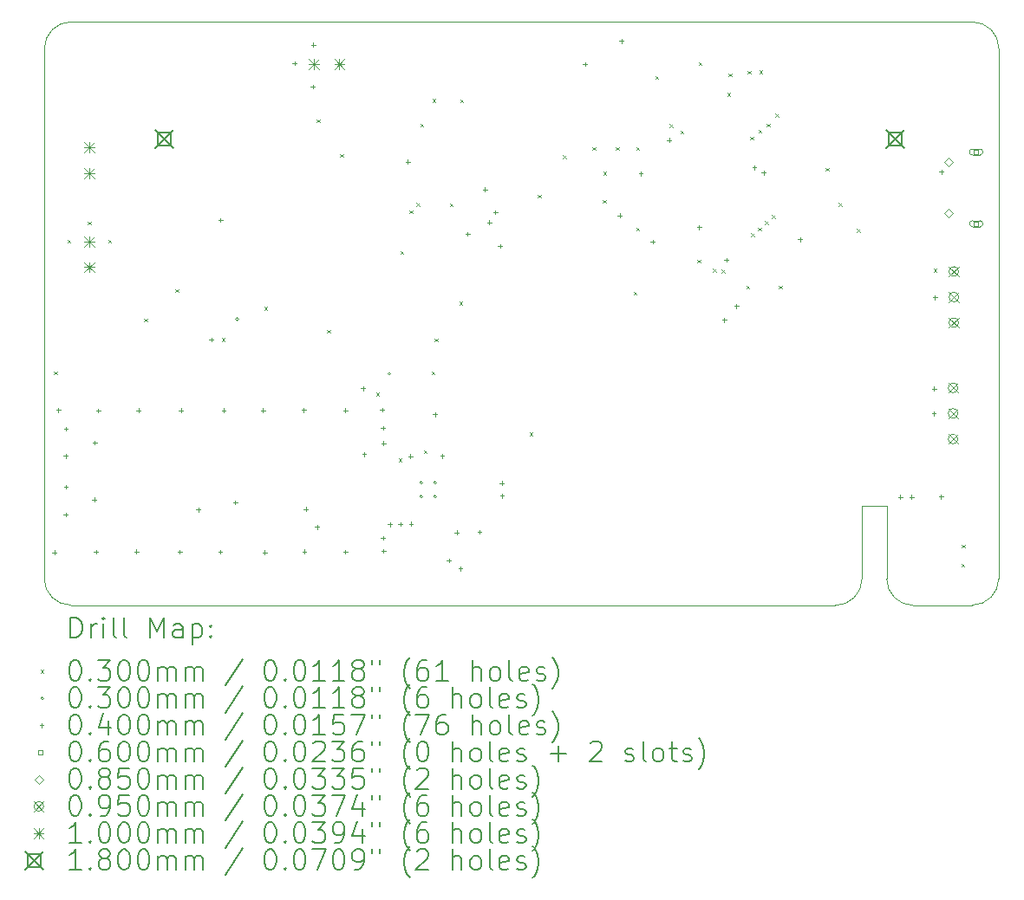
<source format=gbr>
%TF.GenerationSoftware,KiCad,Pcbnew,7.0.11-2.fc39*%
%TF.CreationDate,2024-05-02T20:43:35+03:00*%
%TF.ProjectId,mainboard_v1.1,6d61696e-626f-4617-9264-5f76312e312e,rev?*%
%TF.SameCoordinates,Original*%
%TF.FileFunction,Drillmap*%
%TF.FilePolarity,Positive*%
%FSLAX45Y45*%
G04 Gerber Fmt 4.5, Leading zero omitted, Abs format (unit mm)*
G04 Created by KiCad (PCBNEW 7.0.11-2.fc39) date 2024-05-02 20:43:35*
%MOMM*%
%LPD*%
G01*
G04 APERTURE LIST*
%ADD10C,0.100000*%
%ADD11C,0.200000*%
%ADD12C,0.180000*%
G04 APERTURE END LIST*
D10*
X20873000Y-8952000D02*
G75*
G03*
X21133000Y-9212000I260000J0D01*
G01*
X21969848Y-3769000D02*
X21967625Y-8950375D01*
X20633000Y-8239000D02*
X20873000Y-8239000D01*
X20633000Y-8952000D02*
X20633000Y-8239000D01*
X20873000Y-8239000D02*
X20873000Y-8952000D01*
X20373000Y-9212000D02*
X12907625Y-9210375D01*
X12909848Y-3509008D02*
G75*
G03*
X12649848Y-3769000I-8J-259992D01*
G01*
X12647625Y-8950375D02*
G75*
G03*
X12907625Y-9210375I259995J-5D01*
G01*
X12909848Y-3509000D02*
X21709848Y-3509000D01*
X21969850Y-3769000D02*
G75*
G03*
X21709848Y-3509000I-260000J0D01*
G01*
X21707625Y-9210375D02*
G75*
G03*
X21967625Y-8950375I5J259995D01*
G01*
X21133000Y-9212000D02*
X21707625Y-9210375D01*
X20373000Y-9212000D02*
G75*
G03*
X20633000Y-8952000I0J260000D01*
G01*
X12647625Y-8950375D02*
X12649848Y-3769000D01*
D11*
D10*
X12743000Y-6927000D02*
X12773000Y-6957000D01*
X12773000Y-6927000D02*
X12743000Y-6957000D01*
X12874000Y-5638000D02*
X12904000Y-5668000D01*
X12904000Y-5638000D02*
X12874000Y-5668000D01*
X13072000Y-5459000D02*
X13102000Y-5489000D01*
X13102000Y-5459000D02*
X13072000Y-5489000D01*
X13272000Y-5637000D02*
X13302000Y-5667000D01*
X13302000Y-5637000D02*
X13272000Y-5667000D01*
X13622625Y-6408375D02*
X13652625Y-6438375D01*
X13652625Y-6408375D02*
X13622625Y-6438375D01*
X13927000Y-6120000D02*
X13957000Y-6150000D01*
X13957000Y-6120000D02*
X13927000Y-6150000D01*
X14379625Y-6597375D02*
X14409625Y-6627375D01*
X14409625Y-6597375D02*
X14379625Y-6627375D01*
X14794375Y-6294375D02*
X14824375Y-6324375D01*
X14824375Y-6294375D02*
X14794375Y-6324375D01*
X15309000Y-4462000D02*
X15339000Y-4492000D01*
X15339000Y-4462000D02*
X15309000Y-4492000D01*
X15410000Y-6517000D02*
X15440000Y-6547000D01*
X15440000Y-6517000D02*
X15410000Y-6547000D01*
X15535625Y-4798375D02*
X15565625Y-4828375D01*
X15565625Y-4798375D02*
X15535625Y-4828375D01*
X15889000Y-7134000D02*
X15919000Y-7164000D01*
X15919000Y-7134000D02*
X15889000Y-7164000D01*
X16109625Y-7778375D02*
X16139625Y-7808375D01*
X16139625Y-7778375D02*
X16109625Y-7808375D01*
X16126000Y-5749000D02*
X16156000Y-5779000D01*
X16156000Y-5749000D02*
X16126000Y-5779000D01*
X16212000Y-5350000D02*
X16242000Y-5380000D01*
X16242000Y-5350000D02*
X16212000Y-5380000D01*
X16279625Y-5277375D02*
X16309625Y-5307375D01*
X16309625Y-5277375D02*
X16279625Y-5307375D01*
X16321000Y-4504000D02*
X16351000Y-4534000D01*
X16351000Y-4504000D02*
X16321000Y-4534000D01*
X16354625Y-7695375D02*
X16384625Y-7725375D01*
X16384625Y-7695375D02*
X16354625Y-7725375D01*
X16429000Y-6924000D02*
X16459000Y-6954000D01*
X16459000Y-6924000D02*
X16429000Y-6954000D01*
X16439000Y-4264000D02*
X16469000Y-4294000D01*
X16469000Y-4264000D02*
X16439000Y-4294000D01*
X16459000Y-6604000D02*
X16489000Y-6634000D01*
X16489000Y-6604000D02*
X16459000Y-6634000D01*
X16608750Y-5283250D02*
X16638750Y-5313250D01*
X16638750Y-5283250D02*
X16608750Y-5313250D01*
X16699000Y-6244000D02*
X16729000Y-6274000D01*
X16729000Y-6244000D02*
X16699000Y-6274000D01*
X16707966Y-4264874D02*
X16737966Y-4294874D01*
X16737966Y-4264874D02*
X16707966Y-4294874D01*
X17385000Y-7523000D02*
X17415000Y-7553000D01*
X17415000Y-7523000D02*
X17385000Y-7553000D01*
X17466000Y-5197000D02*
X17496000Y-5227000D01*
X17496000Y-5197000D02*
X17466000Y-5227000D01*
X17713000Y-4811000D02*
X17743000Y-4841000D01*
X17743000Y-4811000D02*
X17713000Y-4841000D01*
X17999000Y-4734000D02*
X18029000Y-4764000D01*
X18029000Y-4734000D02*
X17999000Y-4764000D01*
X18102000Y-5247000D02*
X18132000Y-5277000D01*
X18132000Y-5247000D02*
X18102000Y-5277000D01*
X18107000Y-4973000D02*
X18137000Y-5003000D01*
X18137000Y-4973000D02*
X18107000Y-5003000D01*
X18229000Y-4734000D02*
X18259000Y-4764000D01*
X18259000Y-4734000D02*
X18229000Y-4764000D01*
X18404000Y-6146000D02*
X18434000Y-6176000D01*
X18434000Y-6146000D02*
X18404000Y-6176000D01*
X18426000Y-5520000D02*
X18456000Y-5550000D01*
X18456000Y-5520000D02*
X18426000Y-5550000D01*
X18429000Y-4734000D02*
X18459000Y-4764000D01*
X18459000Y-4734000D02*
X18429000Y-4764000D01*
X18614000Y-4040000D02*
X18644000Y-4070000D01*
X18644000Y-4040000D02*
X18614000Y-4070000D01*
X18752000Y-4509000D02*
X18782000Y-4539000D01*
X18782000Y-4509000D02*
X18752000Y-4539000D01*
X18859000Y-4572000D02*
X18889000Y-4602000D01*
X18889000Y-4572000D02*
X18859000Y-4602000D01*
X19026000Y-5832000D02*
X19056000Y-5862000D01*
X19056000Y-5832000D02*
X19026000Y-5862000D01*
X19037250Y-3902000D02*
X19067250Y-3932000D01*
X19067250Y-3902000D02*
X19037250Y-3932000D01*
X19176395Y-5922399D02*
X19206395Y-5952399D01*
X19206395Y-5922399D02*
X19176395Y-5952399D01*
X19260000Y-5930000D02*
X19290000Y-5960000D01*
X19290000Y-5930000D02*
X19260000Y-5960000D01*
X19317250Y-4204000D02*
X19347250Y-4234000D01*
X19347250Y-4204000D02*
X19317250Y-4234000D01*
X19328000Y-4012000D02*
X19358000Y-4042000D01*
X19358000Y-4012000D02*
X19328000Y-4042000D01*
X19504000Y-6086000D02*
X19534000Y-6116000D01*
X19534000Y-6086000D02*
X19504000Y-6116000D01*
X19515250Y-3988000D02*
X19545250Y-4018000D01*
X19545250Y-3988000D02*
X19515250Y-4018000D01*
X19542000Y-4631000D02*
X19572000Y-4661000D01*
X19572000Y-4631000D02*
X19542000Y-4661000D01*
X19551000Y-5576000D02*
X19581000Y-5606000D01*
X19581000Y-5576000D02*
X19551000Y-5606000D01*
X19616000Y-5519000D02*
X19646000Y-5549000D01*
X19646000Y-5519000D02*
X19616000Y-5549000D01*
X19620000Y-4562000D02*
X19650000Y-4592000D01*
X19650000Y-4562000D02*
X19620000Y-4592000D01*
X19628625Y-3984625D02*
X19658625Y-4014625D01*
X19658625Y-3984625D02*
X19628625Y-4014625D01*
X19685000Y-5458000D02*
X19715000Y-5488000D01*
X19715000Y-5458000D02*
X19685000Y-5488000D01*
X19700000Y-4503000D02*
X19730000Y-4533000D01*
X19730000Y-4503000D02*
X19700000Y-4533000D01*
X19754000Y-5398000D02*
X19784000Y-5428000D01*
X19784000Y-5398000D02*
X19754000Y-5428000D01*
X19787000Y-4407000D02*
X19817000Y-4437000D01*
X19817000Y-4407000D02*
X19787000Y-4437000D01*
X19819000Y-6086000D02*
X19849000Y-6116000D01*
X19849000Y-6086000D02*
X19819000Y-6116000D01*
X20276000Y-4936000D02*
X20306000Y-4966000D01*
X20306000Y-4936000D02*
X20276000Y-4966000D01*
X20407000Y-5280000D02*
X20437000Y-5310000D01*
X20437000Y-5280000D02*
X20407000Y-5310000D01*
X20583000Y-5532500D02*
X20613000Y-5562500D01*
X20613000Y-5532500D02*
X20583000Y-5562500D01*
X21333000Y-5922000D02*
X21363000Y-5952000D01*
X21363000Y-5922000D02*
X21333000Y-5952000D01*
X21601375Y-8805625D02*
X21631375Y-8835625D01*
X21631375Y-8805625D02*
X21601375Y-8835625D01*
X21605375Y-8617625D02*
X21635375Y-8647625D01*
X21635375Y-8617625D02*
X21605375Y-8647625D01*
X14545625Y-6416375D02*
G75*
G03*
X14515625Y-6416375I-15000J0D01*
G01*
X14515625Y-6416375D02*
G75*
G03*
X14545625Y-6416375I15000J0D01*
G01*
X16031625Y-6948375D02*
G75*
G03*
X16001625Y-6948375I-15000J0D01*
G01*
X16001625Y-6948375D02*
G75*
G03*
X16031625Y-6948375I15000J0D01*
G01*
X16343125Y-8012875D02*
G75*
G03*
X16313125Y-8012875I-15000J0D01*
G01*
X16313125Y-8012875D02*
G75*
G03*
X16343125Y-8012875I15000J0D01*
G01*
X16343125Y-8147875D02*
G75*
G03*
X16313125Y-8147875I-15000J0D01*
G01*
X16313125Y-8147875D02*
G75*
G03*
X16343125Y-8147875I15000J0D01*
G01*
X16478125Y-8012875D02*
G75*
G03*
X16448125Y-8012875I-15000J0D01*
G01*
X16448125Y-8012875D02*
G75*
G03*
X16478125Y-8012875I15000J0D01*
G01*
X16478125Y-8147875D02*
G75*
G03*
X16448125Y-8147875I-15000J0D01*
G01*
X16448125Y-8147875D02*
G75*
G03*
X16478125Y-8147875I15000J0D01*
G01*
X12745000Y-8673000D02*
X12745000Y-8713000D01*
X12725000Y-8693000D02*
X12765000Y-8693000D01*
X12786000Y-7284000D02*
X12786000Y-7324000D01*
X12766000Y-7304000D02*
X12806000Y-7304000D01*
X12856000Y-7731000D02*
X12856000Y-7771000D01*
X12836000Y-7751000D02*
X12876000Y-7751000D01*
X12856000Y-8304000D02*
X12856000Y-8344000D01*
X12836000Y-8324000D02*
X12876000Y-8324000D01*
X12858000Y-8033000D02*
X12858000Y-8073000D01*
X12838000Y-8053000D02*
X12878000Y-8053000D01*
X12860000Y-7467000D02*
X12860000Y-7507000D01*
X12840000Y-7487000D02*
X12880000Y-7487000D01*
X13135000Y-8159000D02*
X13135000Y-8199000D01*
X13115000Y-8179000D02*
X13155000Y-8179000D01*
X13141000Y-7601000D02*
X13141000Y-7641000D01*
X13121000Y-7621000D02*
X13161000Y-7621000D01*
X13153000Y-8669000D02*
X13153000Y-8709000D01*
X13133000Y-8689000D02*
X13173000Y-8689000D01*
X13175000Y-7288000D02*
X13175000Y-7328000D01*
X13155000Y-7308000D02*
X13195000Y-7308000D01*
X13549000Y-8665000D02*
X13549000Y-8705000D01*
X13529000Y-8685000D02*
X13569000Y-8685000D01*
X13566000Y-7285000D02*
X13566000Y-7325000D01*
X13546000Y-7305000D02*
X13586000Y-7305000D01*
X13970000Y-8669000D02*
X13970000Y-8709000D01*
X13950000Y-8689000D02*
X13990000Y-8689000D01*
X13983000Y-7285000D02*
X13983000Y-7325000D01*
X13963000Y-7305000D02*
X14003000Y-7305000D01*
X14153000Y-8255000D02*
X14153000Y-8295000D01*
X14133000Y-8275000D02*
X14173000Y-8275000D01*
X14279625Y-6595375D02*
X14279625Y-6635375D01*
X14259625Y-6615375D02*
X14299625Y-6615375D01*
X14366000Y-8669000D02*
X14366000Y-8709000D01*
X14346000Y-8689000D02*
X14386000Y-8689000D01*
X14370000Y-5426000D02*
X14370000Y-5466000D01*
X14350000Y-5446000D02*
X14390000Y-5446000D01*
X14400000Y-7285000D02*
X14400000Y-7325000D01*
X14380000Y-7305000D02*
X14420000Y-7305000D01*
X14513000Y-8185000D02*
X14513000Y-8225000D01*
X14493000Y-8205000D02*
X14533000Y-8205000D01*
X14785000Y-7285000D02*
X14785000Y-7325000D01*
X14765000Y-7305000D02*
X14805000Y-7305000D01*
X14802000Y-8673000D02*
X14802000Y-8713000D01*
X14782000Y-8693000D02*
X14822000Y-8693000D01*
X15093000Y-3894000D02*
X15093000Y-3934000D01*
X15073000Y-3914000D02*
X15113000Y-3914000D01*
X15181000Y-7283000D02*
X15181000Y-7323000D01*
X15161000Y-7303000D02*
X15201000Y-7303000D01*
X15187000Y-8667000D02*
X15187000Y-8707000D01*
X15167000Y-8687000D02*
X15207000Y-8687000D01*
X15203000Y-8250000D02*
X15203000Y-8290000D01*
X15183000Y-8270000D02*
X15223000Y-8270000D01*
X15270000Y-4121000D02*
X15270000Y-4161000D01*
X15250000Y-4141000D02*
X15290000Y-4141000D01*
X15276000Y-3714000D02*
X15276000Y-3754000D01*
X15256000Y-3734000D02*
X15296000Y-3734000D01*
X15312000Y-8425000D02*
X15312000Y-8465000D01*
X15292000Y-8445000D02*
X15332000Y-8445000D01*
X15589000Y-7285000D02*
X15589000Y-7325000D01*
X15569000Y-7305000D02*
X15609000Y-7305000D01*
X15589000Y-8669000D02*
X15589000Y-8709000D01*
X15569000Y-8689000D02*
X15609000Y-8689000D01*
X15761625Y-7071375D02*
X15761625Y-7111375D01*
X15741625Y-7091375D02*
X15781625Y-7091375D01*
X15772000Y-7715000D02*
X15772000Y-7755000D01*
X15752000Y-7735000D02*
X15792000Y-7735000D01*
X15948000Y-7281000D02*
X15948000Y-7321000D01*
X15928000Y-7301000D02*
X15968000Y-7301000D01*
X15955000Y-7459000D02*
X15955000Y-7499000D01*
X15935000Y-7479000D02*
X15975000Y-7479000D01*
X15955000Y-8534000D02*
X15955000Y-8574000D01*
X15935000Y-8554000D02*
X15975000Y-8554000D01*
X15959000Y-7607000D02*
X15959000Y-7647000D01*
X15939000Y-7627000D02*
X15979000Y-7627000D01*
X15959000Y-8660000D02*
X15959000Y-8700000D01*
X15939000Y-8680000D02*
X15979000Y-8680000D01*
X16021625Y-8401375D02*
X16021625Y-8441375D01*
X16001625Y-8421375D02*
X16041625Y-8421375D01*
X16124625Y-8397375D02*
X16124625Y-8437375D01*
X16104625Y-8417375D02*
X16144625Y-8417375D01*
X16197500Y-4855000D02*
X16197500Y-4895000D01*
X16177500Y-4875000D02*
X16217500Y-4875000D01*
X16221875Y-7733125D02*
X16221875Y-7773125D01*
X16201875Y-7753125D02*
X16241875Y-7753125D01*
X16228625Y-8396375D02*
X16228625Y-8436375D01*
X16208625Y-8416375D02*
X16248625Y-8416375D01*
X16464000Y-7324000D02*
X16464000Y-7364000D01*
X16444000Y-7344000D02*
X16484000Y-7344000D01*
X16532675Y-7732375D02*
X16532675Y-7772375D01*
X16512675Y-7752375D02*
X16552675Y-7752375D01*
X16598000Y-8753000D02*
X16598000Y-8793000D01*
X16578000Y-8773000D02*
X16618000Y-8773000D01*
X16673405Y-8480595D02*
X16673405Y-8520595D01*
X16653405Y-8500595D02*
X16693405Y-8500595D01*
X16711000Y-8832000D02*
X16711000Y-8872000D01*
X16691000Y-8852000D02*
X16731000Y-8852000D01*
X16782000Y-5561000D02*
X16782000Y-5601000D01*
X16762000Y-5581000D02*
X16802000Y-5581000D01*
X16898000Y-8473000D02*
X16898000Y-8513000D01*
X16878000Y-8493000D02*
X16918000Y-8493000D01*
X16951000Y-5128000D02*
X16951000Y-5168000D01*
X16931000Y-5148000D02*
X16971000Y-5148000D01*
X16992000Y-5449000D02*
X16992000Y-5489000D01*
X16972000Y-5469000D02*
X17012000Y-5469000D01*
X17052000Y-5349000D02*
X17052000Y-5389000D01*
X17032000Y-5369000D02*
X17072000Y-5369000D01*
X17097000Y-5681000D02*
X17097000Y-5721000D01*
X17077000Y-5701000D02*
X17117000Y-5701000D01*
X17115000Y-7997000D02*
X17115000Y-8037000D01*
X17095000Y-8017000D02*
X17135000Y-8017000D01*
X17117625Y-8121375D02*
X17117625Y-8161375D01*
X17097625Y-8141375D02*
X17137625Y-8141375D01*
X17928000Y-3901000D02*
X17928000Y-3941000D01*
X17908000Y-3921000D02*
X17948000Y-3921000D01*
X18267000Y-5381000D02*
X18267000Y-5421000D01*
X18247000Y-5401000D02*
X18287000Y-5401000D01*
X18284000Y-3677000D02*
X18284000Y-3717000D01*
X18264000Y-3697000D02*
X18304000Y-3697000D01*
X18471250Y-4970000D02*
X18471250Y-5010000D01*
X18451250Y-4990000D02*
X18491250Y-4990000D01*
X18588625Y-5638625D02*
X18588625Y-5678625D01*
X18568625Y-5658625D02*
X18608625Y-5658625D01*
X18748250Y-4644000D02*
X18748250Y-4684000D01*
X18728250Y-4664000D02*
X18768250Y-4664000D01*
X19041000Y-5497000D02*
X19041000Y-5537000D01*
X19021000Y-5517000D02*
X19061000Y-5517000D01*
X19288000Y-6402000D02*
X19288000Y-6442000D01*
X19268000Y-6422000D02*
X19308000Y-6422000D01*
X19308625Y-5815625D02*
X19308625Y-5855625D01*
X19288625Y-5835625D02*
X19328625Y-5835625D01*
X19406000Y-6267000D02*
X19406000Y-6307000D01*
X19386000Y-6287000D02*
X19426000Y-6287000D01*
X19581250Y-4912000D02*
X19581250Y-4952000D01*
X19561250Y-4932000D02*
X19601250Y-4932000D01*
X19671625Y-4961625D02*
X19671625Y-5001625D01*
X19651625Y-4981625D02*
X19691625Y-4981625D01*
X20026625Y-5614625D02*
X20026625Y-5654625D01*
X20006625Y-5634625D02*
X20046625Y-5634625D01*
X21007000Y-8132000D02*
X21007000Y-8172000D01*
X20987000Y-8152000D02*
X21027000Y-8152000D01*
X21117000Y-8132000D02*
X21117000Y-8172000D01*
X21097000Y-8152000D02*
X21137000Y-8152000D01*
X21334000Y-7316000D02*
X21334000Y-7356000D01*
X21314000Y-7336000D02*
X21354000Y-7336000D01*
X21338000Y-7075000D02*
X21338000Y-7115000D01*
X21318000Y-7095000D02*
X21358000Y-7095000D01*
X21344000Y-6181000D02*
X21344000Y-6221000D01*
X21324000Y-6201000D02*
X21364000Y-6201000D01*
X21405000Y-8129000D02*
X21405000Y-8169000D01*
X21385000Y-8149000D02*
X21425000Y-8149000D01*
X21408000Y-4954000D02*
X21408000Y-4994000D01*
X21388000Y-4974000D02*
X21428000Y-4974000D01*
X21768963Y-4802213D02*
X21768963Y-4759787D01*
X21726537Y-4759787D01*
X21726537Y-4802213D01*
X21768963Y-4802213D01*
X21712750Y-4811000D02*
X21782750Y-4811000D01*
X21782750Y-4811000D02*
G75*
G03*
X21782750Y-4751000I0J30000D01*
G01*
X21782750Y-4751000D02*
X21712750Y-4751000D01*
X21712750Y-4751000D02*
G75*
G03*
X21712750Y-4811000I0J-30000D01*
G01*
X21768963Y-5502213D02*
X21768963Y-5459787D01*
X21726537Y-5459787D01*
X21726537Y-5502213D01*
X21768963Y-5502213D01*
X21782750Y-5451000D02*
X21712750Y-5451000D01*
X21712750Y-5451000D02*
G75*
G03*
X21712750Y-5511000I0J-30000D01*
G01*
X21712750Y-5511000D02*
X21782750Y-5511000D01*
X21782750Y-5511000D02*
G75*
G03*
X21782750Y-5451000I0J30000D01*
G01*
X21477750Y-4923500D02*
X21520250Y-4881000D01*
X21477750Y-4838500D01*
X21435250Y-4881000D01*
X21477750Y-4923500D01*
X21477750Y-5423500D02*
X21520250Y-5381000D01*
X21477750Y-5338500D01*
X21435250Y-5381000D01*
X21477750Y-5423500D01*
X21474500Y-7038500D02*
X21569500Y-7133500D01*
X21569500Y-7038500D02*
X21474500Y-7133500D01*
X21569500Y-7086000D02*
G75*
G03*
X21474500Y-7086000I-47500J0D01*
G01*
X21474500Y-7086000D02*
G75*
G03*
X21569500Y-7086000I47500J0D01*
G01*
X21474500Y-7288500D02*
X21569500Y-7383500D01*
X21569500Y-7288500D02*
X21474500Y-7383500D01*
X21569500Y-7336000D02*
G75*
G03*
X21474500Y-7336000I-47500J0D01*
G01*
X21474500Y-7336000D02*
G75*
G03*
X21569500Y-7336000I47500J0D01*
G01*
X21474500Y-7538500D02*
X21569500Y-7633500D01*
X21569500Y-7538500D02*
X21474500Y-7633500D01*
X21569500Y-7586000D02*
G75*
G03*
X21474500Y-7586000I-47500J0D01*
G01*
X21474500Y-7586000D02*
G75*
G03*
X21569500Y-7586000I47500J0D01*
G01*
X21482000Y-5901500D02*
X21577000Y-5996500D01*
X21577000Y-5901500D02*
X21482000Y-5996500D01*
X21577000Y-5949000D02*
G75*
G03*
X21482000Y-5949000I-47500J0D01*
G01*
X21482000Y-5949000D02*
G75*
G03*
X21577000Y-5949000I47500J0D01*
G01*
X21482000Y-6151500D02*
X21577000Y-6246500D01*
X21577000Y-6151500D02*
X21482000Y-6246500D01*
X21577000Y-6199000D02*
G75*
G03*
X21482000Y-6199000I-47500J0D01*
G01*
X21482000Y-6199000D02*
G75*
G03*
X21577000Y-6199000I47500J0D01*
G01*
X21482000Y-6401500D02*
X21577000Y-6496500D01*
X21577000Y-6401500D02*
X21482000Y-6496500D01*
X21577000Y-6449000D02*
G75*
G03*
X21482000Y-6449000I-47500J0D01*
G01*
X21482000Y-6449000D02*
G75*
G03*
X21577000Y-6449000I47500J0D01*
G01*
X13040000Y-4686000D02*
X13140000Y-4786000D01*
X13140000Y-4686000D02*
X13040000Y-4786000D01*
X13090000Y-4686000D02*
X13090000Y-4786000D01*
X13040000Y-4736000D02*
X13140000Y-4736000D01*
X13040000Y-4936000D02*
X13140000Y-5036000D01*
X13140000Y-4936000D02*
X13040000Y-5036000D01*
X13090000Y-4936000D02*
X13090000Y-5036000D01*
X13040000Y-4986000D02*
X13140000Y-4986000D01*
X13041000Y-5607000D02*
X13141000Y-5707000D01*
X13141000Y-5607000D02*
X13041000Y-5707000D01*
X13091000Y-5607000D02*
X13091000Y-5707000D01*
X13041000Y-5657000D02*
X13141000Y-5657000D01*
X13041000Y-5857000D02*
X13141000Y-5957000D01*
X13141000Y-5857000D02*
X13041000Y-5957000D01*
X13091000Y-5857000D02*
X13091000Y-5957000D01*
X13041000Y-5907000D02*
X13141000Y-5907000D01*
X15230000Y-3870000D02*
X15330000Y-3970000D01*
X15330000Y-3870000D02*
X15230000Y-3970000D01*
X15280000Y-3870000D02*
X15280000Y-3970000D01*
X15230000Y-3920000D02*
X15330000Y-3920000D01*
X15480000Y-3870000D02*
X15580000Y-3970000D01*
X15580000Y-3870000D02*
X15480000Y-3970000D01*
X15530000Y-3870000D02*
X15530000Y-3970000D01*
X15480000Y-3920000D02*
X15580000Y-3920000D01*
D12*
X13729625Y-4565375D02*
X13909625Y-4745375D01*
X13909625Y-4565375D02*
X13729625Y-4745375D01*
X13883265Y-4719015D02*
X13883265Y-4591735D01*
X13755985Y-4591735D01*
X13755985Y-4719015D01*
X13883265Y-4719015D01*
X20869625Y-4565375D02*
X21049625Y-4745375D01*
X21049625Y-4565375D02*
X20869625Y-4745375D01*
X21023265Y-4719015D02*
X21023265Y-4591735D01*
X20895985Y-4591735D01*
X20895985Y-4719015D01*
X21023265Y-4719015D01*
D11*
X12903402Y-9528484D02*
X12903402Y-9328484D01*
X12903402Y-9328484D02*
X12951021Y-9328484D01*
X12951021Y-9328484D02*
X12979592Y-9338008D01*
X12979592Y-9338008D02*
X12998640Y-9357055D01*
X12998640Y-9357055D02*
X13008164Y-9376103D01*
X13008164Y-9376103D02*
X13017687Y-9414198D01*
X13017687Y-9414198D02*
X13017687Y-9442770D01*
X13017687Y-9442770D02*
X13008164Y-9480865D01*
X13008164Y-9480865D02*
X12998640Y-9499912D01*
X12998640Y-9499912D02*
X12979592Y-9518960D01*
X12979592Y-9518960D02*
X12951021Y-9528484D01*
X12951021Y-9528484D02*
X12903402Y-9528484D01*
X13103402Y-9528484D02*
X13103402Y-9395150D01*
X13103402Y-9433246D02*
X13112926Y-9414198D01*
X13112926Y-9414198D02*
X13122449Y-9404674D01*
X13122449Y-9404674D02*
X13141497Y-9395150D01*
X13141497Y-9395150D02*
X13160545Y-9395150D01*
X13227211Y-9528484D02*
X13227211Y-9395150D01*
X13227211Y-9328484D02*
X13217687Y-9338008D01*
X13217687Y-9338008D02*
X13227211Y-9347531D01*
X13227211Y-9347531D02*
X13236735Y-9338008D01*
X13236735Y-9338008D02*
X13227211Y-9328484D01*
X13227211Y-9328484D02*
X13227211Y-9347531D01*
X13351021Y-9528484D02*
X13331973Y-9518960D01*
X13331973Y-9518960D02*
X13322449Y-9499912D01*
X13322449Y-9499912D02*
X13322449Y-9328484D01*
X13455783Y-9528484D02*
X13436735Y-9518960D01*
X13436735Y-9518960D02*
X13427211Y-9499912D01*
X13427211Y-9499912D02*
X13427211Y-9328484D01*
X13684354Y-9528484D02*
X13684354Y-9328484D01*
X13684354Y-9328484D02*
X13751021Y-9471341D01*
X13751021Y-9471341D02*
X13817687Y-9328484D01*
X13817687Y-9328484D02*
X13817687Y-9528484D01*
X13998640Y-9528484D02*
X13998640Y-9423722D01*
X13998640Y-9423722D02*
X13989116Y-9404674D01*
X13989116Y-9404674D02*
X13970068Y-9395150D01*
X13970068Y-9395150D02*
X13931973Y-9395150D01*
X13931973Y-9395150D02*
X13912926Y-9404674D01*
X13998640Y-9518960D02*
X13979592Y-9528484D01*
X13979592Y-9528484D02*
X13931973Y-9528484D01*
X13931973Y-9528484D02*
X13912926Y-9518960D01*
X13912926Y-9518960D02*
X13903402Y-9499912D01*
X13903402Y-9499912D02*
X13903402Y-9480865D01*
X13903402Y-9480865D02*
X13912926Y-9461817D01*
X13912926Y-9461817D02*
X13931973Y-9452293D01*
X13931973Y-9452293D02*
X13979592Y-9452293D01*
X13979592Y-9452293D02*
X13998640Y-9442770D01*
X14093878Y-9395150D02*
X14093878Y-9595150D01*
X14093878Y-9404674D02*
X14112926Y-9395150D01*
X14112926Y-9395150D02*
X14151021Y-9395150D01*
X14151021Y-9395150D02*
X14170068Y-9404674D01*
X14170068Y-9404674D02*
X14179592Y-9414198D01*
X14179592Y-9414198D02*
X14189116Y-9433246D01*
X14189116Y-9433246D02*
X14189116Y-9490389D01*
X14189116Y-9490389D02*
X14179592Y-9509436D01*
X14179592Y-9509436D02*
X14170068Y-9518960D01*
X14170068Y-9518960D02*
X14151021Y-9528484D01*
X14151021Y-9528484D02*
X14112926Y-9528484D01*
X14112926Y-9528484D02*
X14093878Y-9518960D01*
X14274830Y-9509436D02*
X14284354Y-9518960D01*
X14284354Y-9518960D02*
X14274830Y-9528484D01*
X14274830Y-9528484D02*
X14265307Y-9518960D01*
X14265307Y-9518960D02*
X14274830Y-9509436D01*
X14274830Y-9509436D02*
X14274830Y-9528484D01*
X14274830Y-9404674D02*
X14284354Y-9414198D01*
X14284354Y-9414198D02*
X14274830Y-9423722D01*
X14274830Y-9423722D02*
X14265307Y-9414198D01*
X14265307Y-9414198D02*
X14274830Y-9404674D01*
X14274830Y-9404674D02*
X14274830Y-9423722D01*
D10*
X12612625Y-9842000D02*
X12642625Y-9872000D01*
X12642625Y-9842000D02*
X12612625Y-9872000D01*
D11*
X12941497Y-9748484D02*
X12960545Y-9748484D01*
X12960545Y-9748484D02*
X12979592Y-9758008D01*
X12979592Y-9758008D02*
X12989116Y-9767531D01*
X12989116Y-9767531D02*
X12998640Y-9786579D01*
X12998640Y-9786579D02*
X13008164Y-9824674D01*
X13008164Y-9824674D02*
X13008164Y-9872293D01*
X13008164Y-9872293D02*
X12998640Y-9910389D01*
X12998640Y-9910389D02*
X12989116Y-9929436D01*
X12989116Y-9929436D02*
X12979592Y-9938960D01*
X12979592Y-9938960D02*
X12960545Y-9948484D01*
X12960545Y-9948484D02*
X12941497Y-9948484D01*
X12941497Y-9948484D02*
X12922449Y-9938960D01*
X12922449Y-9938960D02*
X12912926Y-9929436D01*
X12912926Y-9929436D02*
X12903402Y-9910389D01*
X12903402Y-9910389D02*
X12893878Y-9872293D01*
X12893878Y-9872293D02*
X12893878Y-9824674D01*
X12893878Y-9824674D02*
X12903402Y-9786579D01*
X12903402Y-9786579D02*
X12912926Y-9767531D01*
X12912926Y-9767531D02*
X12922449Y-9758008D01*
X12922449Y-9758008D02*
X12941497Y-9748484D01*
X13093878Y-9929436D02*
X13103402Y-9938960D01*
X13103402Y-9938960D02*
X13093878Y-9948484D01*
X13093878Y-9948484D02*
X13084354Y-9938960D01*
X13084354Y-9938960D02*
X13093878Y-9929436D01*
X13093878Y-9929436D02*
X13093878Y-9948484D01*
X13170068Y-9748484D02*
X13293878Y-9748484D01*
X13293878Y-9748484D02*
X13227211Y-9824674D01*
X13227211Y-9824674D02*
X13255783Y-9824674D01*
X13255783Y-9824674D02*
X13274830Y-9834198D01*
X13274830Y-9834198D02*
X13284354Y-9843722D01*
X13284354Y-9843722D02*
X13293878Y-9862770D01*
X13293878Y-9862770D02*
X13293878Y-9910389D01*
X13293878Y-9910389D02*
X13284354Y-9929436D01*
X13284354Y-9929436D02*
X13274830Y-9938960D01*
X13274830Y-9938960D02*
X13255783Y-9948484D01*
X13255783Y-9948484D02*
X13198640Y-9948484D01*
X13198640Y-9948484D02*
X13179592Y-9938960D01*
X13179592Y-9938960D02*
X13170068Y-9929436D01*
X13417687Y-9748484D02*
X13436735Y-9748484D01*
X13436735Y-9748484D02*
X13455783Y-9758008D01*
X13455783Y-9758008D02*
X13465307Y-9767531D01*
X13465307Y-9767531D02*
X13474830Y-9786579D01*
X13474830Y-9786579D02*
X13484354Y-9824674D01*
X13484354Y-9824674D02*
X13484354Y-9872293D01*
X13484354Y-9872293D02*
X13474830Y-9910389D01*
X13474830Y-9910389D02*
X13465307Y-9929436D01*
X13465307Y-9929436D02*
X13455783Y-9938960D01*
X13455783Y-9938960D02*
X13436735Y-9948484D01*
X13436735Y-9948484D02*
X13417687Y-9948484D01*
X13417687Y-9948484D02*
X13398640Y-9938960D01*
X13398640Y-9938960D02*
X13389116Y-9929436D01*
X13389116Y-9929436D02*
X13379592Y-9910389D01*
X13379592Y-9910389D02*
X13370068Y-9872293D01*
X13370068Y-9872293D02*
X13370068Y-9824674D01*
X13370068Y-9824674D02*
X13379592Y-9786579D01*
X13379592Y-9786579D02*
X13389116Y-9767531D01*
X13389116Y-9767531D02*
X13398640Y-9758008D01*
X13398640Y-9758008D02*
X13417687Y-9748484D01*
X13608164Y-9748484D02*
X13627211Y-9748484D01*
X13627211Y-9748484D02*
X13646259Y-9758008D01*
X13646259Y-9758008D02*
X13655783Y-9767531D01*
X13655783Y-9767531D02*
X13665307Y-9786579D01*
X13665307Y-9786579D02*
X13674830Y-9824674D01*
X13674830Y-9824674D02*
X13674830Y-9872293D01*
X13674830Y-9872293D02*
X13665307Y-9910389D01*
X13665307Y-9910389D02*
X13655783Y-9929436D01*
X13655783Y-9929436D02*
X13646259Y-9938960D01*
X13646259Y-9938960D02*
X13627211Y-9948484D01*
X13627211Y-9948484D02*
X13608164Y-9948484D01*
X13608164Y-9948484D02*
X13589116Y-9938960D01*
X13589116Y-9938960D02*
X13579592Y-9929436D01*
X13579592Y-9929436D02*
X13570068Y-9910389D01*
X13570068Y-9910389D02*
X13560545Y-9872293D01*
X13560545Y-9872293D02*
X13560545Y-9824674D01*
X13560545Y-9824674D02*
X13570068Y-9786579D01*
X13570068Y-9786579D02*
X13579592Y-9767531D01*
X13579592Y-9767531D02*
X13589116Y-9758008D01*
X13589116Y-9758008D02*
X13608164Y-9748484D01*
X13760545Y-9948484D02*
X13760545Y-9815150D01*
X13760545Y-9834198D02*
X13770068Y-9824674D01*
X13770068Y-9824674D02*
X13789116Y-9815150D01*
X13789116Y-9815150D02*
X13817688Y-9815150D01*
X13817688Y-9815150D02*
X13836735Y-9824674D01*
X13836735Y-9824674D02*
X13846259Y-9843722D01*
X13846259Y-9843722D02*
X13846259Y-9948484D01*
X13846259Y-9843722D02*
X13855783Y-9824674D01*
X13855783Y-9824674D02*
X13874830Y-9815150D01*
X13874830Y-9815150D02*
X13903402Y-9815150D01*
X13903402Y-9815150D02*
X13922449Y-9824674D01*
X13922449Y-9824674D02*
X13931973Y-9843722D01*
X13931973Y-9843722D02*
X13931973Y-9948484D01*
X14027211Y-9948484D02*
X14027211Y-9815150D01*
X14027211Y-9834198D02*
X14036735Y-9824674D01*
X14036735Y-9824674D02*
X14055783Y-9815150D01*
X14055783Y-9815150D02*
X14084354Y-9815150D01*
X14084354Y-9815150D02*
X14103402Y-9824674D01*
X14103402Y-9824674D02*
X14112926Y-9843722D01*
X14112926Y-9843722D02*
X14112926Y-9948484D01*
X14112926Y-9843722D02*
X14122449Y-9824674D01*
X14122449Y-9824674D02*
X14141497Y-9815150D01*
X14141497Y-9815150D02*
X14170068Y-9815150D01*
X14170068Y-9815150D02*
X14189116Y-9824674D01*
X14189116Y-9824674D02*
X14198640Y-9843722D01*
X14198640Y-9843722D02*
X14198640Y-9948484D01*
X14589116Y-9738960D02*
X14417688Y-9996103D01*
X14846259Y-9748484D02*
X14865307Y-9748484D01*
X14865307Y-9748484D02*
X14884354Y-9758008D01*
X14884354Y-9758008D02*
X14893878Y-9767531D01*
X14893878Y-9767531D02*
X14903402Y-9786579D01*
X14903402Y-9786579D02*
X14912926Y-9824674D01*
X14912926Y-9824674D02*
X14912926Y-9872293D01*
X14912926Y-9872293D02*
X14903402Y-9910389D01*
X14903402Y-9910389D02*
X14893878Y-9929436D01*
X14893878Y-9929436D02*
X14884354Y-9938960D01*
X14884354Y-9938960D02*
X14865307Y-9948484D01*
X14865307Y-9948484D02*
X14846259Y-9948484D01*
X14846259Y-9948484D02*
X14827211Y-9938960D01*
X14827211Y-9938960D02*
X14817688Y-9929436D01*
X14817688Y-9929436D02*
X14808164Y-9910389D01*
X14808164Y-9910389D02*
X14798640Y-9872293D01*
X14798640Y-9872293D02*
X14798640Y-9824674D01*
X14798640Y-9824674D02*
X14808164Y-9786579D01*
X14808164Y-9786579D02*
X14817688Y-9767531D01*
X14817688Y-9767531D02*
X14827211Y-9758008D01*
X14827211Y-9758008D02*
X14846259Y-9748484D01*
X14998640Y-9929436D02*
X15008164Y-9938960D01*
X15008164Y-9938960D02*
X14998640Y-9948484D01*
X14998640Y-9948484D02*
X14989116Y-9938960D01*
X14989116Y-9938960D02*
X14998640Y-9929436D01*
X14998640Y-9929436D02*
X14998640Y-9948484D01*
X15131973Y-9748484D02*
X15151021Y-9748484D01*
X15151021Y-9748484D02*
X15170069Y-9758008D01*
X15170069Y-9758008D02*
X15179592Y-9767531D01*
X15179592Y-9767531D02*
X15189116Y-9786579D01*
X15189116Y-9786579D02*
X15198640Y-9824674D01*
X15198640Y-9824674D02*
X15198640Y-9872293D01*
X15198640Y-9872293D02*
X15189116Y-9910389D01*
X15189116Y-9910389D02*
X15179592Y-9929436D01*
X15179592Y-9929436D02*
X15170069Y-9938960D01*
X15170069Y-9938960D02*
X15151021Y-9948484D01*
X15151021Y-9948484D02*
X15131973Y-9948484D01*
X15131973Y-9948484D02*
X15112926Y-9938960D01*
X15112926Y-9938960D02*
X15103402Y-9929436D01*
X15103402Y-9929436D02*
X15093878Y-9910389D01*
X15093878Y-9910389D02*
X15084354Y-9872293D01*
X15084354Y-9872293D02*
X15084354Y-9824674D01*
X15084354Y-9824674D02*
X15093878Y-9786579D01*
X15093878Y-9786579D02*
X15103402Y-9767531D01*
X15103402Y-9767531D02*
X15112926Y-9758008D01*
X15112926Y-9758008D02*
X15131973Y-9748484D01*
X15389116Y-9948484D02*
X15274831Y-9948484D01*
X15331973Y-9948484D02*
X15331973Y-9748484D01*
X15331973Y-9748484D02*
X15312926Y-9777055D01*
X15312926Y-9777055D02*
X15293878Y-9796103D01*
X15293878Y-9796103D02*
X15274831Y-9805627D01*
X15579592Y-9948484D02*
X15465307Y-9948484D01*
X15522450Y-9948484D02*
X15522450Y-9748484D01*
X15522450Y-9748484D02*
X15503402Y-9777055D01*
X15503402Y-9777055D02*
X15484354Y-9796103D01*
X15484354Y-9796103D02*
X15465307Y-9805627D01*
X15693878Y-9834198D02*
X15674831Y-9824674D01*
X15674831Y-9824674D02*
X15665307Y-9815150D01*
X15665307Y-9815150D02*
X15655783Y-9796103D01*
X15655783Y-9796103D02*
X15655783Y-9786579D01*
X15655783Y-9786579D02*
X15665307Y-9767531D01*
X15665307Y-9767531D02*
X15674831Y-9758008D01*
X15674831Y-9758008D02*
X15693878Y-9748484D01*
X15693878Y-9748484D02*
X15731973Y-9748484D01*
X15731973Y-9748484D02*
X15751021Y-9758008D01*
X15751021Y-9758008D02*
X15760545Y-9767531D01*
X15760545Y-9767531D02*
X15770069Y-9786579D01*
X15770069Y-9786579D02*
X15770069Y-9796103D01*
X15770069Y-9796103D02*
X15760545Y-9815150D01*
X15760545Y-9815150D02*
X15751021Y-9824674D01*
X15751021Y-9824674D02*
X15731973Y-9834198D01*
X15731973Y-9834198D02*
X15693878Y-9834198D01*
X15693878Y-9834198D02*
X15674831Y-9843722D01*
X15674831Y-9843722D02*
X15665307Y-9853246D01*
X15665307Y-9853246D02*
X15655783Y-9872293D01*
X15655783Y-9872293D02*
X15655783Y-9910389D01*
X15655783Y-9910389D02*
X15665307Y-9929436D01*
X15665307Y-9929436D02*
X15674831Y-9938960D01*
X15674831Y-9938960D02*
X15693878Y-9948484D01*
X15693878Y-9948484D02*
X15731973Y-9948484D01*
X15731973Y-9948484D02*
X15751021Y-9938960D01*
X15751021Y-9938960D02*
X15760545Y-9929436D01*
X15760545Y-9929436D02*
X15770069Y-9910389D01*
X15770069Y-9910389D02*
X15770069Y-9872293D01*
X15770069Y-9872293D02*
X15760545Y-9853246D01*
X15760545Y-9853246D02*
X15751021Y-9843722D01*
X15751021Y-9843722D02*
X15731973Y-9834198D01*
X15846259Y-9748484D02*
X15846259Y-9786579D01*
X15922450Y-9748484D02*
X15922450Y-9786579D01*
X16217688Y-10024674D02*
X16208164Y-10015150D01*
X16208164Y-10015150D02*
X16189116Y-9986579D01*
X16189116Y-9986579D02*
X16179593Y-9967531D01*
X16179593Y-9967531D02*
X16170069Y-9938960D01*
X16170069Y-9938960D02*
X16160545Y-9891341D01*
X16160545Y-9891341D02*
X16160545Y-9853246D01*
X16160545Y-9853246D02*
X16170069Y-9805627D01*
X16170069Y-9805627D02*
X16179593Y-9777055D01*
X16179593Y-9777055D02*
X16189116Y-9758008D01*
X16189116Y-9758008D02*
X16208164Y-9729436D01*
X16208164Y-9729436D02*
X16217688Y-9719912D01*
X16379593Y-9748484D02*
X16341497Y-9748484D01*
X16341497Y-9748484D02*
X16322450Y-9758008D01*
X16322450Y-9758008D02*
X16312926Y-9767531D01*
X16312926Y-9767531D02*
X16293878Y-9796103D01*
X16293878Y-9796103D02*
X16284354Y-9834198D01*
X16284354Y-9834198D02*
X16284354Y-9910389D01*
X16284354Y-9910389D02*
X16293878Y-9929436D01*
X16293878Y-9929436D02*
X16303402Y-9938960D01*
X16303402Y-9938960D02*
X16322450Y-9948484D01*
X16322450Y-9948484D02*
X16360545Y-9948484D01*
X16360545Y-9948484D02*
X16379593Y-9938960D01*
X16379593Y-9938960D02*
X16389116Y-9929436D01*
X16389116Y-9929436D02*
X16398640Y-9910389D01*
X16398640Y-9910389D02*
X16398640Y-9862770D01*
X16398640Y-9862770D02*
X16389116Y-9843722D01*
X16389116Y-9843722D02*
X16379593Y-9834198D01*
X16379593Y-9834198D02*
X16360545Y-9824674D01*
X16360545Y-9824674D02*
X16322450Y-9824674D01*
X16322450Y-9824674D02*
X16303402Y-9834198D01*
X16303402Y-9834198D02*
X16293878Y-9843722D01*
X16293878Y-9843722D02*
X16284354Y-9862770D01*
X16589116Y-9948484D02*
X16474831Y-9948484D01*
X16531973Y-9948484D02*
X16531973Y-9748484D01*
X16531973Y-9748484D02*
X16512926Y-9777055D01*
X16512926Y-9777055D02*
X16493878Y-9796103D01*
X16493878Y-9796103D02*
X16474831Y-9805627D01*
X16827212Y-9948484D02*
X16827212Y-9748484D01*
X16912926Y-9948484D02*
X16912926Y-9843722D01*
X16912926Y-9843722D02*
X16903402Y-9824674D01*
X16903402Y-9824674D02*
X16884355Y-9815150D01*
X16884355Y-9815150D02*
X16855783Y-9815150D01*
X16855783Y-9815150D02*
X16836736Y-9824674D01*
X16836736Y-9824674D02*
X16827212Y-9834198D01*
X17036736Y-9948484D02*
X17017688Y-9938960D01*
X17017688Y-9938960D02*
X17008164Y-9929436D01*
X17008164Y-9929436D02*
X16998640Y-9910389D01*
X16998640Y-9910389D02*
X16998640Y-9853246D01*
X16998640Y-9853246D02*
X17008164Y-9834198D01*
X17008164Y-9834198D02*
X17017688Y-9824674D01*
X17017688Y-9824674D02*
X17036736Y-9815150D01*
X17036736Y-9815150D02*
X17065307Y-9815150D01*
X17065307Y-9815150D02*
X17084355Y-9824674D01*
X17084355Y-9824674D02*
X17093878Y-9834198D01*
X17093878Y-9834198D02*
X17103402Y-9853246D01*
X17103402Y-9853246D02*
X17103402Y-9910389D01*
X17103402Y-9910389D02*
X17093878Y-9929436D01*
X17093878Y-9929436D02*
X17084355Y-9938960D01*
X17084355Y-9938960D02*
X17065307Y-9948484D01*
X17065307Y-9948484D02*
X17036736Y-9948484D01*
X17217688Y-9948484D02*
X17198640Y-9938960D01*
X17198640Y-9938960D02*
X17189117Y-9919912D01*
X17189117Y-9919912D02*
X17189117Y-9748484D01*
X17370069Y-9938960D02*
X17351021Y-9948484D01*
X17351021Y-9948484D02*
X17312926Y-9948484D01*
X17312926Y-9948484D02*
X17293878Y-9938960D01*
X17293878Y-9938960D02*
X17284355Y-9919912D01*
X17284355Y-9919912D02*
X17284355Y-9843722D01*
X17284355Y-9843722D02*
X17293878Y-9824674D01*
X17293878Y-9824674D02*
X17312926Y-9815150D01*
X17312926Y-9815150D02*
X17351021Y-9815150D01*
X17351021Y-9815150D02*
X17370069Y-9824674D01*
X17370069Y-9824674D02*
X17379593Y-9843722D01*
X17379593Y-9843722D02*
X17379593Y-9862770D01*
X17379593Y-9862770D02*
X17284355Y-9881817D01*
X17455783Y-9938960D02*
X17474831Y-9948484D01*
X17474831Y-9948484D02*
X17512926Y-9948484D01*
X17512926Y-9948484D02*
X17531974Y-9938960D01*
X17531974Y-9938960D02*
X17541498Y-9919912D01*
X17541498Y-9919912D02*
X17541498Y-9910389D01*
X17541498Y-9910389D02*
X17531974Y-9891341D01*
X17531974Y-9891341D02*
X17512926Y-9881817D01*
X17512926Y-9881817D02*
X17484355Y-9881817D01*
X17484355Y-9881817D02*
X17465307Y-9872293D01*
X17465307Y-9872293D02*
X17455783Y-9853246D01*
X17455783Y-9853246D02*
X17455783Y-9843722D01*
X17455783Y-9843722D02*
X17465307Y-9824674D01*
X17465307Y-9824674D02*
X17484355Y-9815150D01*
X17484355Y-9815150D02*
X17512926Y-9815150D01*
X17512926Y-9815150D02*
X17531974Y-9824674D01*
X17608164Y-10024674D02*
X17617688Y-10015150D01*
X17617688Y-10015150D02*
X17636736Y-9986579D01*
X17636736Y-9986579D02*
X17646259Y-9967531D01*
X17646259Y-9967531D02*
X17655783Y-9938960D01*
X17655783Y-9938960D02*
X17665307Y-9891341D01*
X17665307Y-9891341D02*
X17665307Y-9853246D01*
X17665307Y-9853246D02*
X17655783Y-9805627D01*
X17655783Y-9805627D02*
X17646259Y-9777055D01*
X17646259Y-9777055D02*
X17636736Y-9758008D01*
X17636736Y-9758008D02*
X17617688Y-9729436D01*
X17617688Y-9729436D02*
X17608164Y-9719912D01*
D10*
X12642625Y-10121000D02*
G75*
G03*
X12612625Y-10121000I-15000J0D01*
G01*
X12612625Y-10121000D02*
G75*
G03*
X12642625Y-10121000I15000J0D01*
G01*
D11*
X12941497Y-10012484D02*
X12960545Y-10012484D01*
X12960545Y-10012484D02*
X12979592Y-10022008D01*
X12979592Y-10022008D02*
X12989116Y-10031531D01*
X12989116Y-10031531D02*
X12998640Y-10050579D01*
X12998640Y-10050579D02*
X13008164Y-10088674D01*
X13008164Y-10088674D02*
X13008164Y-10136293D01*
X13008164Y-10136293D02*
X12998640Y-10174389D01*
X12998640Y-10174389D02*
X12989116Y-10193436D01*
X12989116Y-10193436D02*
X12979592Y-10202960D01*
X12979592Y-10202960D02*
X12960545Y-10212484D01*
X12960545Y-10212484D02*
X12941497Y-10212484D01*
X12941497Y-10212484D02*
X12922449Y-10202960D01*
X12922449Y-10202960D02*
X12912926Y-10193436D01*
X12912926Y-10193436D02*
X12903402Y-10174389D01*
X12903402Y-10174389D02*
X12893878Y-10136293D01*
X12893878Y-10136293D02*
X12893878Y-10088674D01*
X12893878Y-10088674D02*
X12903402Y-10050579D01*
X12903402Y-10050579D02*
X12912926Y-10031531D01*
X12912926Y-10031531D02*
X12922449Y-10022008D01*
X12922449Y-10022008D02*
X12941497Y-10012484D01*
X13093878Y-10193436D02*
X13103402Y-10202960D01*
X13103402Y-10202960D02*
X13093878Y-10212484D01*
X13093878Y-10212484D02*
X13084354Y-10202960D01*
X13084354Y-10202960D02*
X13093878Y-10193436D01*
X13093878Y-10193436D02*
X13093878Y-10212484D01*
X13170068Y-10012484D02*
X13293878Y-10012484D01*
X13293878Y-10012484D02*
X13227211Y-10088674D01*
X13227211Y-10088674D02*
X13255783Y-10088674D01*
X13255783Y-10088674D02*
X13274830Y-10098198D01*
X13274830Y-10098198D02*
X13284354Y-10107722D01*
X13284354Y-10107722D02*
X13293878Y-10126770D01*
X13293878Y-10126770D02*
X13293878Y-10174389D01*
X13293878Y-10174389D02*
X13284354Y-10193436D01*
X13284354Y-10193436D02*
X13274830Y-10202960D01*
X13274830Y-10202960D02*
X13255783Y-10212484D01*
X13255783Y-10212484D02*
X13198640Y-10212484D01*
X13198640Y-10212484D02*
X13179592Y-10202960D01*
X13179592Y-10202960D02*
X13170068Y-10193436D01*
X13417687Y-10012484D02*
X13436735Y-10012484D01*
X13436735Y-10012484D02*
X13455783Y-10022008D01*
X13455783Y-10022008D02*
X13465307Y-10031531D01*
X13465307Y-10031531D02*
X13474830Y-10050579D01*
X13474830Y-10050579D02*
X13484354Y-10088674D01*
X13484354Y-10088674D02*
X13484354Y-10136293D01*
X13484354Y-10136293D02*
X13474830Y-10174389D01*
X13474830Y-10174389D02*
X13465307Y-10193436D01*
X13465307Y-10193436D02*
X13455783Y-10202960D01*
X13455783Y-10202960D02*
X13436735Y-10212484D01*
X13436735Y-10212484D02*
X13417687Y-10212484D01*
X13417687Y-10212484D02*
X13398640Y-10202960D01*
X13398640Y-10202960D02*
X13389116Y-10193436D01*
X13389116Y-10193436D02*
X13379592Y-10174389D01*
X13379592Y-10174389D02*
X13370068Y-10136293D01*
X13370068Y-10136293D02*
X13370068Y-10088674D01*
X13370068Y-10088674D02*
X13379592Y-10050579D01*
X13379592Y-10050579D02*
X13389116Y-10031531D01*
X13389116Y-10031531D02*
X13398640Y-10022008D01*
X13398640Y-10022008D02*
X13417687Y-10012484D01*
X13608164Y-10012484D02*
X13627211Y-10012484D01*
X13627211Y-10012484D02*
X13646259Y-10022008D01*
X13646259Y-10022008D02*
X13655783Y-10031531D01*
X13655783Y-10031531D02*
X13665307Y-10050579D01*
X13665307Y-10050579D02*
X13674830Y-10088674D01*
X13674830Y-10088674D02*
X13674830Y-10136293D01*
X13674830Y-10136293D02*
X13665307Y-10174389D01*
X13665307Y-10174389D02*
X13655783Y-10193436D01*
X13655783Y-10193436D02*
X13646259Y-10202960D01*
X13646259Y-10202960D02*
X13627211Y-10212484D01*
X13627211Y-10212484D02*
X13608164Y-10212484D01*
X13608164Y-10212484D02*
X13589116Y-10202960D01*
X13589116Y-10202960D02*
X13579592Y-10193436D01*
X13579592Y-10193436D02*
X13570068Y-10174389D01*
X13570068Y-10174389D02*
X13560545Y-10136293D01*
X13560545Y-10136293D02*
X13560545Y-10088674D01*
X13560545Y-10088674D02*
X13570068Y-10050579D01*
X13570068Y-10050579D02*
X13579592Y-10031531D01*
X13579592Y-10031531D02*
X13589116Y-10022008D01*
X13589116Y-10022008D02*
X13608164Y-10012484D01*
X13760545Y-10212484D02*
X13760545Y-10079150D01*
X13760545Y-10098198D02*
X13770068Y-10088674D01*
X13770068Y-10088674D02*
X13789116Y-10079150D01*
X13789116Y-10079150D02*
X13817688Y-10079150D01*
X13817688Y-10079150D02*
X13836735Y-10088674D01*
X13836735Y-10088674D02*
X13846259Y-10107722D01*
X13846259Y-10107722D02*
X13846259Y-10212484D01*
X13846259Y-10107722D02*
X13855783Y-10088674D01*
X13855783Y-10088674D02*
X13874830Y-10079150D01*
X13874830Y-10079150D02*
X13903402Y-10079150D01*
X13903402Y-10079150D02*
X13922449Y-10088674D01*
X13922449Y-10088674D02*
X13931973Y-10107722D01*
X13931973Y-10107722D02*
X13931973Y-10212484D01*
X14027211Y-10212484D02*
X14027211Y-10079150D01*
X14027211Y-10098198D02*
X14036735Y-10088674D01*
X14036735Y-10088674D02*
X14055783Y-10079150D01*
X14055783Y-10079150D02*
X14084354Y-10079150D01*
X14084354Y-10079150D02*
X14103402Y-10088674D01*
X14103402Y-10088674D02*
X14112926Y-10107722D01*
X14112926Y-10107722D02*
X14112926Y-10212484D01*
X14112926Y-10107722D02*
X14122449Y-10088674D01*
X14122449Y-10088674D02*
X14141497Y-10079150D01*
X14141497Y-10079150D02*
X14170068Y-10079150D01*
X14170068Y-10079150D02*
X14189116Y-10088674D01*
X14189116Y-10088674D02*
X14198640Y-10107722D01*
X14198640Y-10107722D02*
X14198640Y-10212484D01*
X14589116Y-10002960D02*
X14417688Y-10260103D01*
X14846259Y-10012484D02*
X14865307Y-10012484D01*
X14865307Y-10012484D02*
X14884354Y-10022008D01*
X14884354Y-10022008D02*
X14893878Y-10031531D01*
X14893878Y-10031531D02*
X14903402Y-10050579D01*
X14903402Y-10050579D02*
X14912926Y-10088674D01*
X14912926Y-10088674D02*
X14912926Y-10136293D01*
X14912926Y-10136293D02*
X14903402Y-10174389D01*
X14903402Y-10174389D02*
X14893878Y-10193436D01*
X14893878Y-10193436D02*
X14884354Y-10202960D01*
X14884354Y-10202960D02*
X14865307Y-10212484D01*
X14865307Y-10212484D02*
X14846259Y-10212484D01*
X14846259Y-10212484D02*
X14827211Y-10202960D01*
X14827211Y-10202960D02*
X14817688Y-10193436D01*
X14817688Y-10193436D02*
X14808164Y-10174389D01*
X14808164Y-10174389D02*
X14798640Y-10136293D01*
X14798640Y-10136293D02*
X14798640Y-10088674D01*
X14798640Y-10088674D02*
X14808164Y-10050579D01*
X14808164Y-10050579D02*
X14817688Y-10031531D01*
X14817688Y-10031531D02*
X14827211Y-10022008D01*
X14827211Y-10022008D02*
X14846259Y-10012484D01*
X14998640Y-10193436D02*
X15008164Y-10202960D01*
X15008164Y-10202960D02*
X14998640Y-10212484D01*
X14998640Y-10212484D02*
X14989116Y-10202960D01*
X14989116Y-10202960D02*
X14998640Y-10193436D01*
X14998640Y-10193436D02*
X14998640Y-10212484D01*
X15131973Y-10012484D02*
X15151021Y-10012484D01*
X15151021Y-10012484D02*
X15170069Y-10022008D01*
X15170069Y-10022008D02*
X15179592Y-10031531D01*
X15179592Y-10031531D02*
X15189116Y-10050579D01*
X15189116Y-10050579D02*
X15198640Y-10088674D01*
X15198640Y-10088674D02*
X15198640Y-10136293D01*
X15198640Y-10136293D02*
X15189116Y-10174389D01*
X15189116Y-10174389D02*
X15179592Y-10193436D01*
X15179592Y-10193436D02*
X15170069Y-10202960D01*
X15170069Y-10202960D02*
X15151021Y-10212484D01*
X15151021Y-10212484D02*
X15131973Y-10212484D01*
X15131973Y-10212484D02*
X15112926Y-10202960D01*
X15112926Y-10202960D02*
X15103402Y-10193436D01*
X15103402Y-10193436D02*
X15093878Y-10174389D01*
X15093878Y-10174389D02*
X15084354Y-10136293D01*
X15084354Y-10136293D02*
X15084354Y-10088674D01*
X15084354Y-10088674D02*
X15093878Y-10050579D01*
X15093878Y-10050579D02*
X15103402Y-10031531D01*
X15103402Y-10031531D02*
X15112926Y-10022008D01*
X15112926Y-10022008D02*
X15131973Y-10012484D01*
X15389116Y-10212484D02*
X15274831Y-10212484D01*
X15331973Y-10212484D02*
X15331973Y-10012484D01*
X15331973Y-10012484D02*
X15312926Y-10041055D01*
X15312926Y-10041055D02*
X15293878Y-10060103D01*
X15293878Y-10060103D02*
X15274831Y-10069627D01*
X15579592Y-10212484D02*
X15465307Y-10212484D01*
X15522450Y-10212484D02*
X15522450Y-10012484D01*
X15522450Y-10012484D02*
X15503402Y-10041055D01*
X15503402Y-10041055D02*
X15484354Y-10060103D01*
X15484354Y-10060103D02*
X15465307Y-10069627D01*
X15693878Y-10098198D02*
X15674831Y-10088674D01*
X15674831Y-10088674D02*
X15665307Y-10079150D01*
X15665307Y-10079150D02*
X15655783Y-10060103D01*
X15655783Y-10060103D02*
X15655783Y-10050579D01*
X15655783Y-10050579D02*
X15665307Y-10031531D01*
X15665307Y-10031531D02*
X15674831Y-10022008D01*
X15674831Y-10022008D02*
X15693878Y-10012484D01*
X15693878Y-10012484D02*
X15731973Y-10012484D01*
X15731973Y-10012484D02*
X15751021Y-10022008D01*
X15751021Y-10022008D02*
X15760545Y-10031531D01*
X15760545Y-10031531D02*
X15770069Y-10050579D01*
X15770069Y-10050579D02*
X15770069Y-10060103D01*
X15770069Y-10060103D02*
X15760545Y-10079150D01*
X15760545Y-10079150D02*
X15751021Y-10088674D01*
X15751021Y-10088674D02*
X15731973Y-10098198D01*
X15731973Y-10098198D02*
X15693878Y-10098198D01*
X15693878Y-10098198D02*
X15674831Y-10107722D01*
X15674831Y-10107722D02*
X15665307Y-10117246D01*
X15665307Y-10117246D02*
X15655783Y-10136293D01*
X15655783Y-10136293D02*
X15655783Y-10174389D01*
X15655783Y-10174389D02*
X15665307Y-10193436D01*
X15665307Y-10193436D02*
X15674831Y-10202960D01*
X15674831Y-10202960D02*
X15693878Y-10212484D01*
X15693878Y-10212484D02*
X15731973Y-10212484D01*
X15731973Y-10212484D02*
X15751021Y-10202960D01*
X15751021Y-10202960D02*
X15760545Y-10193436D01*
X15760545Y-10193436D02*
X15770069Y-10174389D01*
X15770069Y-10174389D02*
X15770069Y-10136293D01*
X15770069Y-10136293D02*
X15760545Y-10117246D01*
X15760545Y-10117246D02*
X15751021Y-10107722D01*
X15751021Y-10107722D02*
X15731973Y-10098198D01*
X15846259Y-10012484D02*
X15846259Y-10050579D01*
X15922450Y-10012484D02*
X15922450Y-10050579D01*
X16217688Y-10288674D02*
X16208164Y-10279150D01*
X16208164Y-10279150D02*
X16189116Y-10250579D01*
X16189116Y-10250579D02*
X16179593Y-10231531D01*
X16179593Y-10231531D02*
X16170069Y-10202960D01*
X16170069Y-10202960D02*
X16160545Y-10155341D01*
X16160545Y-10155341D02*
X16160545Y-10117246D01*
X16160545Y-10117246D02*
X16170069Y-10069627D01*
X16170069Y-10069627D02*
X16179593Y-10041055D01*
X16179593Y-10041055D02*
X16189116Y-10022008D01*
X16189116Y-10022008D02*
X16208164Y-9993436D01*
X16208164Y-9993436D02*
X16217688Y-9983912D01*
X16379593Y-10012484D02*
X16341497Y-10012484D01*
X16341497Y-10012484D02*
X16322450Y-10022008D01*
X16322450Y-10022008D02*
X16312926Y-10031531D01*
X16312926Y-10031531D02*
X16293878Y-10060103D01*
X16293878Y-10060103D02*
X16284354Y-10098198D01*
X16284354Y-10098198D02*
X16284354Y-10174389D01*
X16284354Y-10174389D02*
X16293878Y-10193436D01*
X16293878Y-10193436D02*
X16303402Y-10202960D01*
X16303402Y-10202960D02*
X16322450Y-10212484D01*
X16322450Y-10212484D02*
X16360545Y-10212484D01*
X16360545Y-10212484D02*
X16379593Y-10202960D01*
X16379593Y-10202960D02*
X16389116Y-10193436D01*
X16389116Y-10193436D02*
X16398640Y-10174389D01*
X16398640Y-10174389D02*
X16398640Y-10126770D01*
X16398640Y-10126770D02*
X16389116Y-10107722D01*
X16389116Y-10107722D02*
X16379593Y-10098198D01*
X16379593Y-10098198D02*
X16360545Y-10088674D01*
X16360545Y-10088674D02*
X16322450Y-10088674D01*
X16322450Y-10088674D02*
X16303402Y-10098198D01*
X16303402Y-10098198D02*
X16293878Y-10107722D01*
X16293878Y-10107722D02*
X16284354Y-10126770D01*
X16636735Y-10212484D02*
X16636735Y-10012484D01*
X16722450Y-10212484D02*
X16722450Y-10107722D01*
X16722450Y-10107722D02*
X16712926Y-10088674D01*
X16712926Y-10088674D02*
X16693878Y-10079150D01*
X16693878Y-10079150D02*
X16665307Y-10079150D01*
X16665307Y-10079150D02*
X16646259Y-10088674D01*
X16646259Y-10088674D02*
X16636735Y-10098198D01*
X16846259Y-10212484D02*
X16827212Y-10202960D01*
X16827212Y-10202960D02*
X16817688Y-10193436D01*
X16817688Y-10193436D02*
X16808164Y-10174389D01*
X16808164Y-10174389D02*
X16808164Y-10117246D01*
X16808164Y-10117246D02*
X16817688Y-10098198D01*
X16817688Y-10098198D02*
X16827212Y-10088674D01*
X16827212Y-10088674D02*
X16846259Y-10079150D01*
X16846259Y-10079150D02*
X16874831Y-10079150D01*
X16874831Y-10079150D02*
X16893878Y-10088674D01*
X16893878Y-10088674D02*
X16903402Y-10098198D01*
X16903402Y-10098198D02*
X16912926Y-10117246D01*
X16912926Y-10117246D02*
X16912926Y-10174389D01*
X16912926Y-10174389D02*
X16903402Y-10193436D01*
X16903402Y-10193436D02*
X16893878Y-10202960D01*
X16893878Y-10202960D02*
X16874831Y-10212484D01*
X16874831Y-10212484D02*
X16846259Y-10212484D01*
X17027212Y-10212484D02*
X17008164Y-10202960D01*
X17008164Y-10202960D02*
X16998640Y-10183912D01*
X16998640Y-10183912D02*
X16998640Y-10012484D01*
X17179593Y-10202960D02*
X17160545Y-10212484D01*
X17160545Y-10212484D02*
X17122450Y-10212484D01*
X17122450Y-10212484D02*
X17103402Y-10202960D01*
X17103402Y-10202960D02*
X17093878Y-10183912D01*
X17093878Y-10183912D02*
X17093878Y-10107722D01*
X17093878Y-10107722D02*
X17103402Y-10088674D01*
X17103402Y-10088674D02*
X17122450Y-10079150D01*
X17122450Y-10079150D02*
X17160545Y-10079150D01*
X17160545Y-10079150D02*
X17179593Y-10088674D01*
X17179593Y-10088674D02*
X17189117Y-10107722D01*
X17189117Y-10107722D02*
X17189117Y-10126770D01*
X17189117Y-10126770D02*
X17093878Y-10145817D01*
X17265307Y-10202960D02*
X17284355Y-10212484D01*
X17284355Y-10212484D02*
X17322450Y-10212484D01*
X17322450Y-10212484D02*
X17341498Y-10202960D01*
X17341498Y-10202960D02*
X17351021Y-10183912D01*
X17351021Y-10183912D02*
X17351021Y-10174389D01*
X17351021Y-10174389D02*
X17341498Y-10155341D01*
X17341498Y-10155341D02*
X17322450Y-10145817D01*
X17322450Y-10145817D02*
X17293878Y-10145817D01*
X17293878Y-10145817D02*
X17274831Y-10136293D01*
X17274831Y-10136293D02*
X17265307Y-10117246D01*
X17265307Y-10117246D02*
X17265307Y-10107722D01*
X17265307Y-10107722D02*
X17274831Y-10088674D01*
X17274831Y-10088674D02*
X17293878Y-10079150D01*
X17293878Y-10079150D02*
X17322450Y-10079150D01*
X17322450Y-10079150D02*
X17341498Y-10088674D01*
X17417688Y-10288674D02*
X17427212Y-10279150D01*
X17427212Y-10279150D02*
X17446259Y-10250579D01*
X17446259Y-10250579D02*
X17455783Y-10231531D01*
X17455783Y-10231531D02*
X17465307Y-10202960D01*
X17465307Y-10202960D02*
X17474831Y-10155341D01*
X17474831Y-10155341D02*
X17474831Y-10117246D01*
X17474831Y-10117246D02*
X17465307Y-10069627D01*
X17465307Y-10069627D02*
X17455783Y-10041055D01*
X17455783Y-10041055D02*
X17446259Y-10022008D01*
X17446259Y-10022008D02*
X17427212Y-9993436D01*
X17427212Y-9993436D02*
X17417688Y-9983912D01*
D10*
X12622625Y-10365000D02*
X12622625Y-10405000D01*
X12602625Y-10385000D02*
X12642625Y-10385000D01*
D11*
X12941497Y-10276484D02*
X12960545Y-10276484D01*
X12960545Y-10276484D02*
X12979592Y-10286008D01*
X12979592Y-10286008D02*
X12989116Y-10295531D01*
X12989116Y-10295531D02*
X12998640Y-10314579D01*
X12998640Y-10314579D02*
X13008164Y-10352674D01*
X13008164Y-10352674D02*
X13008164Y-10400293D01*
X13008164Y-10400293D02*
X12998640Y-10438389D01*
X12998640Y-10438389D02*
X12989116Y-10457436D01*
X12989116Y-10457436D02*
X12979592Y-10466960D01*
X12979592Y-10466960D02*
X12960545Y-10476484D01*
X12960545Y-10476484D02*
X12941497Y-10476484D01*
X12941497Y-10476484D02*
X12922449Y-10466960D01*
X12922449Y-10466960D02*
X12912926Y-10457436D01*
X12912926Y-10457436D02*
X12903402Y-10438389D01*
X12903402Y-10438389D02*
X12893878Y-10400293D01*
X12893878Y-10400293D02*
X12893878Y-10352674D01*
X12893878Y-10352674D02*
X12903402Y-10314579D01*
X12903402Y-10314579D02*
X12912926Y-10295531D01*
X12912926Y-10295531D02*
X12922449Y-10286008D01*
X12922449Y-10286008D02*
X12941497Y-10276484D01*
X13093878Y-10457436D02*
X13103402Y-10466960D01*
X13103402Y-10466960D02*
X13093878Y-10476484D01*
X13093878Y-10476484D02*
X13084354Y-10466960D01*
X13084354Y-10466960D02*
X13093878Y-10457436D01*
X13093878Y-10457436D02*
X13093878Y-10476484D01*
X13274830Y-10343150D02*
X13274830Y-10476484D01*
X13227211Y-10266960D02*
X13179592Y-10409817D01*
X13179592Y-10409817D02*
X13303402Y-10409817D01*
X13417687Y-10276484D02*
X13436735Y-10276484D01*
X13436735Y-10276484D02*
X13455783Y-10286008D01*
X13455783Y-10286008D02*
X13465307Y-10295531D01*
X13465307Y-10295531D02*
X13474830Y-10314579D01*
X13474830Y-10314579D02*
X13484354Y-10352674D01*
X13484354Y-10352674D02*
X13484354Y-10400293D01*
X13484354Y-10400293D02*
X13474830Y-10438389D01*
X13474830Y-10438389D02*
X13465307Y-10457436D01*
X13465307Y-10457436D02*
X13455783Y-10466960D01*
X13455783Y-10466960D02*
X13436735Y-10476484D01*
X13436735Y-10476484D02*
X13417687Y-10476484D01*
X13417687Y-10476484D02*
X13398640Y-10466960D01*
X13398640Y-10466960D02*
X13389116Y-10457436D01*
X13389116Y-10457436D02*
X13379592Y-10438389D01*
X13379592Y-10438389D02*
X13370068Y-10400293D01*
X13370068Y-10400293D02*
X13370068Y-10352674D01*
X13370068Y-10352674D02*
X13379592Y-10314579D01*
X13379592Y-10314579D02*
X13389116Y-10295531D01*
X13389116Y-10295531D02*
X13398640Y-10286008D01*
X13398640Y-10286008D02*
X13417687Y-10276484D01*
X13608164Y-10276484D02*
X13627211Y-10276484D01*
X13627211Y-10276484D02*
X13646259Y-10286008D01*
X13646259Y-10286008D02*
X13655783Y-10295531D01*
X13655783Y-10295531D02*
X13665307Y-10314579D01*
X13665307Y-10314579D02*
X13674830Y-10352674D01*
X13674830Y-10352674D02*
X13674830Y-10400293D01*
X13674830Y-10400293D02*
X13665307Y-10438389D01*
X13665307Y-10438389D02*
X13655783Y-10457436D01*
X13655783Y-10457436D02*
X13646259Y-10466960D01*
X13646259Y-10466960D02*
X13627211Y-10476484D01*
X13627211Y-10476484D02*
X13608164Y-10476484D01*
X13608164Y-10476484D02*
X13589116Y-10466960D01*
X13589116Y-10466960D02*
X13579592Y-10457436D01*
X13579592Y-10457436D02*
X13570068Y-10438389D01*
X13570068Y-10438389D02*
X13560545Y-10400293D01*
X13560545Y-10400293D02*
X13560545Y-10352674D01*
X13560545Y-10352674D02*
X13570068Y-10314579D01*
X13570068Y-10314579D02*
X13579592Y-10295531D01*
X13579592Y-10295531D02*
X13589116Y-10286008D01*
X13589116Y-10286008D02*
X13608164Y-10276484D01*
X13760545Y-10476484D02*
X13760545Y-10343150D01*
X13760545Y-10362198D02*
X13770068Y-10352674D01*
X13770068Y-10352674D02*
X13789116Y-10343150D01*
X13789116Y-10343150D02*
X13817688Y-10343150D01*
X13817688Y-10343150D02*
X13836735Y-10352674D01*
X13836735Y-10352674D02*
X13846259Y-10371722D01*
X13846259Y-10371722D02*
X13846259Y-10476484D01*
X13846259Y-10371722D02*
X13855783Y-10352674D01*
X13855783Y-10352674D02*
X13874830Y-10343150D01*
X13874830Y-10343150D02*
X13903402Y-10343150D01*
X13903402Y-10343150D02*
X13922449Y-10352674D01*
X13922449Y-10352674D02*
X13931973Y-10371722D01*
X13931973Y-10371722D02*
X13931973Y-10476484D01*
X14027211Y-10476484D02*
X14027211Y-10343150D01*
X14027211Y-10362198D02*
X14036735Y-10352674D01*
X14036735Y-10352674D02*
X14055783Y-10343150D01*
X14055783Y-10343150D02*
X14084354Y-10343150D01*
X14084354Y-10343150D02*
X14103402Y-10352674D01*
X14103402Y-10352674D02*
X14112926Y-10371722D01*
X14112926Y-10371722D02*
X14112926Y-10476484D01*
X14112926Y-10371722D02*
X14122449Y-10352674D01*
X14122449Y-10352674D02*
X14141497Y-10343150D01*
X14141497Y-10343150D02*
X14170068Y-10343150D01*
X14170068Y-10343150D02*
X14189116Y-10352674D01*
X14189116Y-10352674D02*
X14198640Y-10371722D01*
X14198640Y-10371722D02*
X14198640Y-10476484D01*
X14589116Y-10266960D02*
X14417688Y-10524103D01*
X14846259Y-10276484D02*
X14865307Y-10276484D01*
X14865307Y-10276484D02*
X14884354Y-10286008D01*
X14884354Y-10286008D02*
X14893878Y-10295531D01*
X14893878Y-10295531D02*
X14903402Y-10314579D01*
X14903402Y-10314579D02*
X14912926Y-10352674D01*
X14912926Y-10352674D02*
X14912926Y-10400293D01*
X14912926Y-10400293D02*
X14903402Y-10438389D01*
X14903402Y-10438389D02*
X14893878Y-10457436D01*
X14893878Y-10457436D02*
X14884354Y-10466960D01*
X14884354Y-10466960D02*
X14865307Y-10476484D01*
X14865307Y-10476484D02*
X14846259Y-10476484D01*
X14846259Y-10476484D02*
X14827211Y-10466960D01*
X14827211Y-10466960D02*
X14817688Y-10457436D01*
X14817688Y-10457436D02*
X14808164Y-10438389D01*
X14808164Y-10438389D02*
X14798640Y-10400293D01*
X14798640Y-10400293D02*
X14798640Y-10352674D01*
X14798640Y-10352674D02*
X14808164Y-10314579D01*
X14808164Y-10314579D02*
X14817688Y-10295531D01*
X14817688Y-10295531D02*
X14827211Y-10286008D01*
X14827211Y-10286008D02*
X14846259Y-10276484D01*
X14998640Y-10457436D02*
X15008164Y-10466960D01*
X15008164Y-10466960D02*
X14998640Y-10476484D01*
X14998640Y-10476484D02*
X14989116Y-10466960D01*
X14989116Y-10466960D02*
X14998640Y-10457436D01*
X14998640Y-10457436D02*
X14998640Y-10476484D01*
X15131973Y-10276484D02*
X15151021Y-10276484D01*
X15151021Y-10276484D02*
X15170069Y-10286008D01*
X15170069Y-10286008D02*
X15179592Y-10295531D01*
X15179592Y-10295531D02*
X15189116Y-10314579D01*
X15189116Y-10314579D02*
X15198640Y-10352674D01*
X15198640Y-10352674D02*
X15198640Y-10400293D01*
X15198640Y-10400293D02*
X15189116Y-10438389D01*
X15189116Y-10438389D02*
X15179592Y-10457436D01*
X15179592Y-10457436D02*
X15170069Y-10466960D01*
X15170069Y-10466960D02*
X15151021Y-10476484D01*
X15151021Y-10476484D02*
X15131973Y-10476484D01*
X15131973Y-10476484D02*
X15112926Y-10466960D01*
X15112926Y-10466960D02*
X15103402Y-10457436D01*
X15103402Y-10457436D02*
X15093878Y-10438389D01*
X15093878Y-10438389D02*
X15084354Y-10400293D01*
X15084354Y-10400293D02*
X15084354Y-10352674D01*
X15084354Y-10352674D02*
X15093878Y-10314579D01*
X15093878Y-10314579D02*
X15103402Y-10295531D01*
X15103402Y-10295531D02*
X15112926Y-10286008D01*
X15112926Y-10286008D02*
X15131973Y-10276484D01*
X15389116Y-10476484D02*
X15274831Y-10476484D01*
X15331973Y-10476484D02*
X15331973Y-10276484D01*
X15331973Y-10276484D02*
X15312926Y-10305055D01*
X15312926Y-10305055D02*
X15293878Y-10324103D01*
X15293878Y-10324103D02*
X15274831Y-10333627D01*
X15570069Y-10276484D02*
X15474831Y-10276484D01*
X15474831Y-10276484D02*
X15465307Y-10371722D01*
X15465307Y-10371722D02*
X15474831Y-10362198D01*
X15474831Y-10362198D02*
X15493878Y-10352674D01*
X15493878Y-10352674D02*
X15541497Y-10352674D01*
X15541497Y-10352674D02*
X15560545Y-10362198D01*
X15560545Y-10362198D02*
X15570069Y-10371722D01*
X15570069Y-10371722D02*
X15579592Y-10390770D01*
X15579592Y-10390770D02*
X15579592Y-10438389D01*
X15579592Y-10438389D02*
X15570069Y-10457436D01*
X15570069Y-10457436D02*
X15560545Y-10466960D01*
X15560545Y-10466960D02*
X15541497Y-10476484D01*
X15541497Y-10476484D02*
X15493878Y-10476484D01*
X15493878Y-10476484D02*
X15474831Y-10466960D01*
X15474831Y-10466960D02*
X15465307Y-10457436D01*
X15646259Y-10276484D02*
X15779592Y-10276484D01*
X15779592Y-10276484D02*
X15693878Y-10476484D01*
X15846259Y-10276484D02*
X15846259Y-10314579D01*
X15922450Y-10276484D02*
X15922450Y-10314579D01*
X16217688Y-10552674D02*
X16208164Y-10543150D01*
X16208164Y-10543150D02*
X16189116Y-10514579D01*
X16189116Y-10514579D02*
X16179593Y-10495531D01*
X16179593Y-10495531D02*
X16170069Y-10466960D01*
X16170069Y-10466960D02*
X16160545Y-10419341D01*
X16160545Y-10419341D02*
X16160545Y-10381246D01*
X16160545Y-10381246D02*
X16170069Y-10333627D01*
X16170069Y-10333627D02*
X16179593Y-10305055D01*
X16179593Y-10305055D02*
X16189116Y-10286008D01*
X16189116Y-10286008D02*
X16208164Y-10257436D01*
X16208164Y-10257436D02*
X16217688Y-10247912D01*
X16274831Y-10276484D02*
X16408164Y-10276484D01*
X16408164Y-10276484D02*
X16322450Y-10476484D01*
X16570069Y-10276484D02*
X16531973Y-10276484D01*
X16531973Y-10276484D02*
X16512926Y-10286008D01*
X16512926Y-10286008D02*
X16503402Y-10295531D01*
X16503402Y-10295531D02*
X16484354Y-10324103D01*
X16484354Y-10324103D02*
X16474831Y-10362198D01*
X16474831Y-10362198D02*
X16474831Y-10438389D01*
X16474831Y-10438389D02*
X16484354Y-10457436D01*
X16484354Y-10457436D02*
X16493878Y-10466960D01*
X16493878Y-10466960D02*
X16512926Y-10476484D01*
X16512926Y-10476484D02*
X16551021Y-10476484D01*
X16551021Y-10476484D02*
X16570069Y-10466960D01*
X16570069Y-10466960D02*
X16579593Y-10457436D01*
X16579593Y-10457436D02*
X16589116Y-10438389D01*
X16589116Y-10438389D02*
X16589116Y-10390770D01*
X16589116Y-10390770D02*
X16579593Y-10371722D01*
X16579593Y-10371722D02*
X16570069Y-10362198D01*
X16570069Y-10362198D02*
X16551021Y-10352674D01*
X16551021Y-10352674D02*
X16512926Y-10352674D01*
X16512926Y-10352674D02*
X16493878Y-10362198D01*
X16493878Y-10362198D02*
X16484354Y-10371722D01*
X16484354Y-10371722D02*
X16474831Y-10390770D01*
X16827212Y-10476484D02*
X16827212Y-10276484D01*
X16912926Y-10476484D02*
X16912926Y-10371722D01*
X16912926Y-10371722D02*
X16903402Y-10352674D01*
X16903402Y-10352674D02*
X16884355Y-10343150D01*
X16884355Y-10343150D02*
X16855783Y-10343150D01*
X16855783Y-10343150D02*
X16836736Y-10352674D01*
X16836736Y-10352674D02*
X16827212Y-10362198D01*
X17036736Y-10476484D02*
X17017688Y-10466960D01*
X17017688Y-10466960D02*
X17008164Y-10457436D01*
X17008164Y-10457436D02*
X16998640Y-10438389D01*
X16998640Y-10438389D02*
X16998640Y-10381246D01*
X16998640Y-10381246D02*
X17008164Y-10362198D01*
X17008164Y-10362198D02*
X17017688Y-10352674D01*
X17017688Y-10352674D02*
X17036736Y-10343150D01*
X17036736Y-10343150D02*
X17065307Y-10343150D01*
X17065307Y-10343150D02*
X17084355Y-10352674D01*
X17084355Y-10352674D02*
X17093878Y-10362198D01*
X17093878Y-10362198D02*
X17103402Y-10381246D01*
X17103402Y-10381246D02*
X17103402Y-10438389D01*
X17103402Y-10438389D02*
X17093878Y-10457436D01*
X17093878Y-10457436D02*
X17084355Y-10466960D01*
X17084355Y-10466960D02*
X17065307Y-10476484D01*
X17065307Y-10476484D02*
X17036736Y-10476484D01*
X17217688Y-10476484D02*
X17198640Y-10466960D01*
X17198640Y-10466960D02*
X17189117Y-10447912D01*
X17189117Y-10447912D02*
X17189117Y-10276484D01*
X17370069Y-10466960D02*
X17351021Y-10476484D01*
X17351021Y-10476484D02*
X17312926Y-10476484D01*
X17312926Y-10476484D02*
X17293878Y-10466960D01*
X17293878Y-10466960D02*
X17284355Y-10447912D01*
X17284355Y-10447912D02*
X17284355Y-10371722D01*
X17284355Y-10371722D02*
X17293878Y-10352674D01*
X17293878Y-10352674D02*
X17312926Y-10343150D01*
X17312926Y-10343150D02*
X17351021Y-10343150D01*
X17351021Y-10343150D02*
X17370069Y-10352674D01*
X17370069Y-10352674D02*
X17379593Y-10371722D01*
X17379593Y-10371722D02*
X17379593Y-10390770D01*
X17379593Y-10390770D02*
X17284355Y-10409817D01*
X17455783Y-10466960D02*
X17474831Y-10476484D01*
X17474831Y-10476484D02*
X17512926Y-10476484D01*
X17512926Y-10476484D02*
X17531974Y-10466960D01*
X17531974Y-10466960D02*
X17541498Y-10447912D01*
X17541498Y-10447912D02*
X17541498Y-10438389D01*
X17541498Y-10438389D02*
X17531974Y-10419341D01*
X17531974Y-10419341D02*
X17512926Y-10409817D01*
X17512926Y-10409817D02*
X17484355Y-10409817D01*
X17484355Y-10409817D02*
X17465307Y-10400293D01*
X17465307Y-10400293D02*
X17455783Y-10381246D01*
X17455783Y-10381246D02*
X17455783Y-10371722D01*
X17455783Y-10371722D02*
X17465307Y-10352674D01*
X17465307Y-10352674D02*
X17484355Y-10343150D01*
X17484355Y-10343150D02*
X17512926Y-10343150D01*
X17512926Y-10343150D02*
X17531974Y-10352674D01*
X17608164Y-10552674D02*
X17617688Y-10543150D01*
X17617688Y-10543150D02*
X17636736Y-10514579D01*
X17636736Y-10514579D02*
X17646259Y-10495531D01*
X17646259Y-10495531D02*
X17655783Y-10466960D01*
X17655783Y-10466960D02*
X17665307Y-10419341D01*
X17665307Y-10419341D02*
X17665307Y-10381246D01*
X17665307Y-10381246D02*
X17655783Y-10333627D01*
X17655783Y-10333627D02*
X17646259Y-10305055D01*
X17646259Y-10305055D02*
X17636736Y-10286008D01*
X17636736Y-10286008D02*
X17617688Y-10257436D01*
X17617688Y-10257436D02*
X17608164Y-10247912D01*
D10*
X12633838Y-10670213D02*
X12633838Y-10627787D01*
X12591412Y-10627787D01*
X12591412Y-10670213D01*
X12633838Y-10670213D01*
D11*
X12941497Y-10540484D02*
X12960545Y-10540484D01*
X12960545Y-10540484D02*
X12979592Y-10550008D01*
X12979592Y-10550008D02*
X12989116Y-10559531D01*
X12989116Y-10559531D02*
X12998640Y-10578579D01*
X12998640Y-10578579D02*
X13008164Y-10616674D01*
X13008164Y-10616674D02*
X13008164Y-10664293D01*
X13008164Y-10664293D02*
X12998640Y-10702389D01*
X12998640Y-10702389D02*
X12989116Y-10721436D01*
X12989116Y-10721436D02*
X12979592Y-10730960D01*
X12979592Y-10730960D02*
X12960545Y-10740484D01*
X12960545Y-10740484D02*
X12941497Y-10740484D01*
X12941497Y-10740484D02*
X12922449Y-10730960D01*
X12922449Y-10730960D02*
X12912926Y-10721436D01*
X12912926Y-10721436D02*
X12903402Y-10702389D01*
X12903402Y-10702389D02*
X12893878Y-10664293D01*
X12893878Y-10664293D02*
X12893878Y-10616674D01*
X12893878Y-10616674D02*
X12903402Y-10578579D01*
X12903402Y-10578579D02*
X12912926Y-10559531D01*
X12912926Y-10559531D02*
X12922449Y-10550008D01*
X12922449Y-10550008D02*
X12941497Y-10540484D01*
X13093878Y-10721436D02*
X13103402Y-10730960D01*
X13103402Y-10730960D02*
X13093878Y-10740484D01*
X13093878Y-10740484D02*
X13084354Y-10730960D01*
X13084354Y-10730960D02*
X13093878Y-10721436D01*
X13093878Y-10721436D02*
X13093878Y-10740484D01*
X13274830Y-10540484D02*
X13236735Y-10540484D01*
X13236735Y-10540484D02*
X13217687Y-10550008D01*
X13217687Y-10550008D02*
X13208164Y-10559531D01*
X13208164Y-10559531D02*
X13189116Y-10588103D01*
X13189116Y-10588103D02*
X13179592Y-10626198D01*
X13179592Y-10626198D02*
X13179592Y-10702389D01*
X13179592Y-10702389D02*
X13189116Y-10721436D01*
X13189116Y-10721436D02*
X13198640Y-10730960D01*
X13198640Y-10730960D02*
X13217687Y-10740484D01*
X13217687Y-10740484D02*
X13255783Y-10740484D01*
X13255783Y-10740484D02*
X13274830Y-10730960D01*
X13274830Y-10730960D02*
X13284354Y-10721436D01*
X13284354Y-10721436D02*
X13293878Y-10702389D01*
X13293878Y-10702389D02*
X13293878Y-10654770D01*
X13293878Y-10654770D02*
X13284354Y-10635722D01*
X13284354Y-10635722D02*
X13274830Y-10626198D01*
X13274830Y-10626198D02*
X13255783Y-10616674D01*
X13255783Y-10616674D02*
X13217687Y-10616674D01*
X13217687Y-10616674D02*
X13198640Y-10626198D01*
X13198640Y-10626198D02*
X13189116Y-10635722D01*
X13189116Y-10635722D02*
X13179592Y-10654770D01*
X13417687Y-10540484D02*
X13436735Y-10540484D01*
X13436735Y-10540484D02*
X13455783Y-10550008D01*
X13455783Y-10550008D02*
X13465307Y-10559531D01*
X13465307Y-10559531D02*
X13474830Y-10578579D01*
X13474830Y-10578579D02*
X13484354Y-10616674D01*
X13484354Y-10616674D02*
X13484354Y-10664293D01*
X13484354Y-10664293D02*
X13474830Y-10702389D01*
X13474830Y-10702389D02*
X13465307Y-10721436D01*
X13465307Y-10721436D02*
X13455783Y-10730960D01*
X13455783Y-10730960D02*
X13436735Y-10740484D01*
X13436735Y-10740484D02*
X13417687Y-10740484D01*
X13417687Y-10740484D02*
X13398640Y-10730960D01*
X13398640Y-10730960D02*
X13389116Y-10721436D01*
X13389116Y-10721436D02*
X13379592Y-10702389D01*
X13379592Y-10702389D02*
X13370068Y-10664293D01*
X13370068Y-10664293D02*
X13370068Y-10616674D01*
X13370068Y-10616674D02*
X13379592Y-10578579D01*
X13379592Y-10578579D02*
X13389116Y-10559531D01*
X13389116Y-10559531D02*
X13398640Y-10550008D01*
X13398640Y-10550008D02*
X13417687Y-10540484D01*
X13608164Y-10540484D02*
X13627211Y-10540484D01*
X13627211Y-10540484D02*
X13646259Y-10550008D01*
X13646259Y-10550008D02*
X13655783Y-10559531D01*
X13655783Y-10559531D02*
X13665307Y-10578579D01*
X13665307Y-10578579D02*
X13674830Y-10616674D01*
X13674830Y-10616674D02*
X13674830Y-10664293D01*
X13674830Y-10664293D02*
X13665307Y-10702389D01*
X13665307Y-10702389D02*
X13655783Y-10721436D01*
X13655783Y-10721436D02*
X13646259Y-10730960D01*
X13646259Y-10730960D02*
X13627211Y-10740484D01*
X13627211Y-10740484D02*
X13608164Y-10740484D01*
X13608164Y-10740484D02*
X13589116Y-10730960D01*
X13589116Y-10730960D02*
X13579592Y-10721436D01*
X13579592Y-10721436D02*
X13570068Y-10702389D01*
X13570068Y-10702389D02*
X13560545Y-10664293D01*
X13560545Y-10664293D02*
X13560545Y-10616674D01*
X13560545Y-10616674D02*
X13570068Y-10578579D01*
X13570068Y-10578579D02*
X13579592Y-10559531D01*
X13579592Y-10559531D02*
X13589116Y-10550008D01*
X13589116Y-10550008D02*
X13608164Y-10540484D01*
X13760545Y-10740484D02*
X13760545Y-10607150D01*
X13760545Y-10626198D02*
X13770068Y-10616674D01*
X13770068Y-10616674D02*
X13789116Y-10607150D01*
X13789116Y-10607150D02*
X13817688Y-10607150D01*
X13817688Y-10607150D02*
X13836735Y-10616674D01*
X13836735Y-10616674D02*
X13846259Y-10635722D01*
X13846259Y-10635722D02*
X13846259Y-10740484D01*
X13846259Y-10635722D02*
X13855783Y-10616674D01*
X13855783Y-10616674D02*
X13874830Y-10607150D01*
X13874830Y-10607150D02*
X13903402Y-10607150D01*
X13903402Y-10607150D02*
X13922449Y-10616674D01*
X13922449Y-10616674D02*
X13931973Y-10635722D01*
X13931973Y-10635722D02*
X13931973Y-10740484D01*
X14027211Y-10740484D02*
X14027211Y-10607150D01*
X14027211Y-10626198D02*
X14036735Y-10616674D01*
X14036735Y-10616674D02*
X14055783Y-10607150D01*
X14055783Y-10607150D02*
X14084354Y-10607150D01*
X14084354Y-10607150D02*
X14103402Y-10616674D01*
X14103402Y-10616674D02*
X14112926Y-10635722D01*
X14112926Y-10635722D02*
X14112926Y-10740484D01*
X14112926Y-10635722D02*
X14122449Y-10616674D01*
X14122449Y-10616674D02*
X14141497Y-10607150D01*
X14141497Y-10607150D02*
X14170068Y-10607150D01*
X14170068Y-10607150D02*
X14189116Y-10616674D01*
X14189116Y-10616674D02*
X14198640Y-10635722D01*
X14198640Y-10635722D02*
X14198640Y-10740484D01*
X14589116Y-10530960D02*
X14417688Y-10788103D01*
X14846259Y-10540484D02*
X14865307Y-10540484D01*
X14865307Y-10540484D02*
X14884354Y-10550008D01*
X14884354Y-10550008D02*
X14893878Y-10559531D01*
X14893878Y-10559531D02*
X14903402Y-10578579D01*
X14903402Y-10578579D02*
X14912926Y-10616674D01*
X14912926Y-10616674D02*
X14912926Y-10664293D01*
X14912926Y-10664293D02*
X14903402Y-10702389D01*
X14903402Y-10702389D02*
X14893878Y-10721436D01*
X14893878Y-10721436D02*
X14884354Y-10730960D01*
X14884354Y-10730960D02*
X14865307Y-10740484D01*
X14865307Y-10740484D02*
X14846259Y-10740484D01*
X14846259Y-10740484D02*
X14827211Y-10730960D01*
X14827211Y-10730960D02*
X14817688Y-10721436D01*
X14817688Y-10721436D02*
X14808164Y-10702389D01*
X14808164Y-10702389D02*
X14798640Y-10664293D01*
X14798640Y-10664293D02*
X14798640Y-10616674D01*
X14798640Y-10616674D02*
X14808164Y-10578579D01*
X14808164Y-10578579D02*
X14817688Y-10559531D01*
X14817688Y-10559531D02*
X14827211Y-10550008D01*
X14827211Y-10550008D02*
X14846259Y-10540484D01*
X14998640Y-10721436D02*
X15008164Y-10730960D01*
X15008164Y-10730960D02*
X14998640Y-10740484D01*
X14998640Y-10740484D02*
X14989116Y-10730960D01*
X14989116Y-10730960D02*
X14998640Y-10721436D01*
X14998640Y-10721436D02*
X14998640Y-10740484D01*
X15131973Y-10540484D02*
X15151021Y-10540484D01*
X15151021Y-10540484D02*
X15170069Y-10550008D01*
X15170069Y-10550008D02*
X15179592Y-10559531D01*
X15179592Y-10559531D02*
X15189116Y-10578579D01*
X15189116Y-10578579D02*
X15198640Y-10616674D01*
X15198640Y-10616674D02*
X15198640Y-10664293D01*
X15198640Y-10664293D02*
X15189116Y-10702389D01*
X15189116Y-10702389D02*
X15179592Y-10721436D01*
X15179592Y-10721436D02*
X15170069Y-10730960D01*
X15170069Y-10730960D02*
X15151021Y-10740484D01*
X15151021Y-10740484D02*
X15131973Y-10740484D01*
X15131973Y-10740484D02*
X15112926Y-10730960D01*
X15112926Y-10730960D02*
X15103402Y-10721436D01*
X15103402Y-10721436D02*
X15093878Y-10702389D01*
X15093878Y-10702389D02*
X15084354Y-10664293D01*
X15084354Y-10664293D02*
X15084354Y-10616674D01*
X15084354Y-10616674D02*
X15093878Y-10578579D01*
X15093878Y-10578579D02*
X15103402Y-10559531D01*
X15103402Y-10559531D02*
X15112926Y-10550008D01*
X15112926Y-10550008D02*
X15131973Y-10540484D01*
X15274831Y-10559531D02*
X15284354Y-10550008D01*
X15284354Y-10550008D02*
X15303402Y-10540484D01*
X15303402Y-10540484D02*
X15351021Y-10540484D01*
X15351021Y-10540484D02*
X15370069Y-10550008D01*
X15370069Y-10550008D02*
X15379592Y-10559531D01*
X15379592Y-10559531D02*
X15389116Y-10578579D01*
X15389116Y-10578579D02*
X15389116Y-10597627D01*
X15389116Y-10597627D02*
X15379592Y-10626198D01*
X15379592Y-10626198D02*
X15265307Y-10740484D01*
X15265307Y-10740484D02*
X15389116Y-10740484D01*
X15455783Y-10540484D02*
X15579592Y-10540484D01*
X15579592Y-10540484D02*
X15512926Y-10616674D01*
X15512926Y-10616674D02*
X15541497Y-10616674D01*
X15541497Y-10616674D02*
X15560545Y-10626198D01*
X15560545Y-10626198D02*
X15570069Y-10635722D01*
X15570069Y-10635722D02*
X15579592Y-10654770D01*
X15579592Y-10654770D02*
X15579592Y-10702389D01*
X15579592Y-10702389D02*
X15570069Y-10721436D01*
X15570069Y-10721436D02*
X15560545Y-10730960D01*
X15560545Y-10730960D02*
X15541497Y-10740484D01*
X15541497Y-10740484D02*
X15484354Y-10740484D01*
X15484354Y-10740484D02*
X15465307Y-10730960D01*
X15465307Y-10730960D02*
X15455783Y-10721436D01*
X15751021Y-10540484D02*
X15712926Y-10540484D01*
X15712926Y-10540484D02*
X15693878Y-10550008D01*
X15693878Y-10550008D02*
X15684354Y-10559531D01*
X15684354Y-10559531D02*
X15665307Y-10588103D01*
X15665307Y-10588103D02*
X15655783Y-10626198D01*
X15655783Y-10626198D02*
X15655783Y-10702389D01*
X15655783Y-10702389D02*
X15665307Y-10721436D01*
X15665307Y-10721436D02*
X15674831Y-10730960D01*
X15674831Y-10730960D02*
X15693878Y-10740484D01*
X15693878Y-10740484D02*
X15731973Y-10740484D01*
X15731973Y-10740484D02*
X15751021Y-10730960D01*
X15751021Y-10730960D02*
X15760545Y-10721436D01*
X15760545Y-10721436D02*
X15770069Y-10702389D01*
X15770069Y-10702389D02*
X15770069Y-10654770D01*
X15770069Y-10654770D02*
X15760545Y-10635722D01*
X15760545Y-10635722D02*
X15751021Y-10626198D01*
X15751021Y-10626198D02*
X15731973Y-10616674D01*
X15731973Y-10616674D02*
X15693878Y-10616674D01*
X15693878Y-10616674D02*
X15674831Y-10626198D01*
X15674831Y-10626198D02*
X15665307Y-10635722D01*
X15665307Y-10635722D02*
X15655783Y-10654770D01*
X15846259Y-10540484D02*
X15846259Y-10578579D01*
X15922450Y-10540484D02*
X15922450Y-10578579D01*
X16217688Y-10816674D02*
X16208164Y-10807150D01*
X16208164Y-10807150D02*
X16189116Y-10778579D01*
X16189116Y-10778579D02*
X16179593Y-10759531D01*
X16179593Y-10759531D02*
X16170069Y-10730960D01*
X16170069Y-10730960D02*
X16160545Y-10683341D01*
X16160545Y-10683341D02*
X16160545Y-10645246D01*
X16160545Y-10645246D02*
X16170069Y-10597627D01*
X16170069Y-10597627D02*
X16179593Y-10569055D01*
X16179593Y-10569055D02*
X16189116Y-10550008D01*
X16189116Y-10550008D02*
X16208164Y-10521436D01*
X16208164Y-10521436D02*
X16217688Y-10511912D01*
X16331973Y-10540484D02*
X16351021Y-10540484D01*
X16351021Y-10540484D02*
X16370069Y-10550008D01*
X16370069Y-10550008D02*
X16379593Y-10559531D01*
X16379593Y-10559531D02*
X16389116Y-10578579D01*
X16389116Y-10578579D02*
X16398640Y-10616674D01*
X16398640Y-10616674D02*
X16398640Y-10664293D01*
X16398640Y-10664293D02*
X16389116Y-10702389D01*
X16389116Y-10702389D02*
X16379593Y-10721436D01*
X16379593Y-10721436D02*
X16370069Y-10730960D01*
X16370069Y-10730960D02*
X16351021Y-10740484D01*
X16351021Y-10740484D02*
X16331973Y-10740484D01*
X16331973Y-10740484D02*
X16312926Y-10730960D01*
X16312926Y-10730960D02*
X16303402Y-10721436D01*
X16303402Y-10721436D02*
X16293878Y-10702389D01*
X16293878Y-10702389D02*
X16284354Y-10664293D01*
X16284354Y-10664293D02*
X16284354Y-10616674D01*
X16284354Y-10616674D02*
X16293878Y-10578579D01*
X16293878Y-10578579D02*
X16303402Y-10559531D01*
X16303402Y-10559531D02*
X16312926Y-10550008D01*
X16312926Y-10550008D02*
X16331973Y-10540484D01*
X16636735Y-10740484D02*
X16636735Y-10540484D01*
X16722450Y-10740484D02*
X16722450Y-10635722D01*
X16722450Y-10635722D02*
X16712926Y-10616674D01*
X16712926Y-10616674D02*
X16693878Y-10607150D01*
X16693878Y-10607150D02*
X16665307Y-10607150D01*
X16665307Y-10607150D02*
X16646259Y-10616674D01*
X16646259Y-10616674D02*
X16636735Y-10626198D01*
X16846259Y-10740484D02*
X16827212Y-10730960D01*
X16827212Y-10730960D02*
X16817688Y-10721436D01*
X16817688Y-10721436D02*
X16808164Y-10702389D01*
X16808164Y-10702389D02*
X16808164Y-10645246D01*
X16808164Y-10645246D02*
X16817688Y-10626198D01*
X16817688Y-10626198D02*
X16827212Y-10616674D01*
X16827212Y-10616674D02*
X16846259Y-10607150D01*
X16846259Y-10607150D02*
X16874831Y-10607150D01*
X16874831Y-10607150D02*
X16893878Y-10616674D01*
X16893878Y-10616674D02*
X16903402Y-10626198D01*
X16903402Y-10626198D02*
X16912926Y-10645246D01*
X16912926Y-10645246D02*
X16912926Y-10702389D01*
X16912926Y-10702389D02*
X16903402Y-10721436D01*
X16903402Y-10721436D02*
X16893878Y-10730960D01*
X16893878Y-10730960D02*
X16874831Y-10740484D01*
X16874831Y-10740484D02*
X16846259Y-10740484D01*
X17027212Y-10740484D02*
X17008164Y-10730960D01*
X17008164Y-10730960D02*
X16998640Y-10711912D01*
X16998640Y-10711912D02*
X16998640Y-10540484D01*
X17179593Y-10730960D02*
X17160545Y-10740484D01*
X17160545Y-10740484D02*
X17122450Y-10740484D01*
X17122450Y-10740484D02*
X17103402Y-10730960D01*
X17103402Y-10730960D02*
X17093878Y-10711912D01*
X17093878Y-10711912D02*
X17093878Y-10635722D01*
X17093878Y-10635722D02*
X17103402Y-10616674D01*
X17103402Y-10616674D02*
X17122450Y-10607150D01*
X17122450Y-10607150D02*
X17160545Y-10607150D01*
X17160545Y-10607150D02*
X17179593Y-10616674D01*
X17179593Y-10616674D02*
X17189117Y-10635722D01*
X17189117Y-10635722D02*
X17189117Y-10654770D01*
X17189117Y-10654770D02*
X17093878Y-10673817D01*
X17265307Y-10730960D02*
X17284355Y-10740484D01*
X17284355Y-10740484D02*
X17322450Y-10740484D01*
X17322450Y-10740484D02*
X17341498Y-10730960D01*
X17341498Y-10730960D02*
X17351021Y-10711912D01*
X17351021Y-10711912D02*
X17351021Y-10702389D01*
X17351021Y-10702389D02*
X17341498Y-10683341D01*
X17341498Y-10683341D02*
X17322450Y-10673817D01*
X17322450Y-10673817D02*
X17293878Y-10673817D01*
X17293878Y-10673817D02*
X17274831Y-10664293D01*
X17274831Y-10664293D02*
X17265307Y-10645246D01*
X17265307Y-10645246D02*
X17265307Y-10635722D01*
X17265307Y-10635722D02*
X17274831Y-10616674D01*
X17274831Y-10616674D02*
X17293878Y-10607150D01*
X17293878Y-10607150D02*
X17322450Y-10607150D01*
X17322450Y-10607150D02*
X17341498Y-10616674D01*
X17589117Y-10664293D02*
X17741498Y-10664293D01*
X17665307Y-10740484D02*
X17665307Y-10588103D01*
X17979593Y-10559531D02*
X17989117Y-10550008D01*
X17989117Y-10550008D02*
X18008164Y-10540484D01*
X18008164Y-10540484D02*
X18055783Y-10540484D01*
X18055783Y-10540484D02*
X18074831Y-10550008D01*
X18074831Y-10550008D02*
X18084355Y-10559531D01*
X18084355Y-10559531D02*
X18093879Y-10578579D01*
X18093879Y-10578579D02*
X18093879Y-10597627D01*
X18093879Y-10597627D02*
X18084355Y-10626198D01*
X18084355Y-10626198D02*
X17970069Y-10740484D01*
X17970069Y-10740484D02*
X18093879Y-10740484D01*
X18322450Y-10730960D02*
X18341498Y-10740484D01*
X18341498Y-10740484D02*
X18379593Y-10740484D01*
X18379593Y-10740484D02*
X18398641Y-10730960D01*
X18398641Y-10730960D02*
X18408164Y-10711912D01*
X18408164Y-10711912D02*
X18408164Y-10702389D01*
X18408164Y-10702389D02*
X18398641Y-10683341D01*
X18398641Y-10683341D02*
X18379593Y-10673817D01*
X18379593Y-10673817D02*
X18351021Y-10673817D01*
X18351021Y-10673817D02*
X18331974Y-10664293D01*
X18331974Y-10664293D02*
X18322450Y-10645246D01*
X18322450Y-10645246D02*
X18322450Y-10635722D01*
X18322450Y-10635722D02*
X18331974Y-10616674D01*
X18331974Y-10616674D02*
X18351021Y-10607150D01*
X18351021Y-10607150D02*
X18379593Y-10607150D01*
X18379593Y-10607150D02*
X18398641Y-10616674D01*
X18522450Y-10740484D02*
X18503402Y-10730960D01*
X18503402Y-10730960D02*
X18493879Y-10711912D01*
X18493879Y-10711912D02*
X18493879Y-10540484D01*
X18627212Y-10740484D02*
X18608164Y-10730960D01*
X18608164Y-10730960D02*
X18598641Y-10721436D01*
X18598641Y-10721436D02*
X18589117Y-10702389D01*
X18589117Y-10702389D02*
X18589117Y-10645246D01*
X18589117Y-10645246D02*
X18598641Y-10626198D01*
X18598641Y-10626198D02*
X18608164Y-10616674D01*
X18608164Y-10616674D02*
X18627212Y-10607150D01*
X18627212Y-10607150D02*
X18655783Y-10607150D01*
X18655783Y-10607150D02*
X18674831Y-10616674D01*
X18674831Y-10616674D02*
X18684355Y-10626198D01*
X18684355Y-10626198D02*
X18693879Y-10645246D01*
X18693879Y-10645246D02*
X18693879Y-10702389D01*
X18693879Y-10702389D02*
X18684355Y-10721436D01*
X18684355Y-10721436D02*
X18674831Y-10730960D01*
X18674831Y-10730960D02*
X18655783Y-10740484D01*
X18655783Y-10740484D02*
X18627212Y-10740484D01*
X18751022Y-10607150D02*
X18827212Y-10607150D01*
X18779593Y-10540484D02*
X18779593Y-10711912D01*
X18779593Y-10711912D02*
X18789117Y-10730960D01*
X18789117Y-10730960D02*
X18808164Y-10740484D01*
X18808164Y-10740484D02*
X18827212Y-10740484D01*
X18884355Y-10730960D02*
X18903402Y-10740484D01*
X18903402Y-10740484D02*
X18941498Y-10740484D01*
X18941498Y-10740484D02*
X18960545Y-10730960D01*
X18960545Y-10730960D02*
X18970069Y-10711912D01*
X18970069Y-10711912D02*
X18970069Y-10702389D01*
X18970069Y-10702389D02*
X18960545Y-10683341D01*
X18960545Y-10683341D02*
X18941498Y-10673817D01*
X18941498Y-10673817D02*
X18912926Y-10673817D01*
X18912926Y-10673817D02*
X18893879Y-10664293D01*
X18893879Y-10664293D02*
X18884355Y-10645246D01*
X18884355Y-10645246D02*
X18884355Y-10635722D01*
X18884355Y-10635722D02*
X18893879Y-10616674D01*
X18893879Y-10616674D02*
X18912926Y-10607150D01*
X18912926Y-10607150D02*
X18941498Y-10607150D01*
X18941498Y-10607150D02*
X18960545Y-10616674D01*
X19036736Y-10816674D02*
X19046260Y-10807150D01*
X19046260Y-10807150D02*
X19065307Y-10778579D01*
X19065307Y-10778579D02*
X19074831Y-10759531D01*
X19074831Y-10759531D02*
X19084355Y-10730960D01*
X19084355Y-10730960D02*
X19093879Y-10683341D01*
X19093879Y-10683341D02*
X19093879Y-10645246D01*
X19093879Y-10645246D02*
X19084355Y-10597627D01*
X19084355Y-10597627D02*
X19074831Y-10569055D01*
X19074831Y-10569055D02*
X19065307Y-10550008D01*
X19065307Y-10550008D02*
X19046260Y-10521436D01*
X19046260Y-10521436D02*
X19036736Y-10511912D01*
D10*
X12600125Y-10955500D02*
X12642625Y-10913000D01*
X12600125Y-10870500D01*
X12557625Y-10913000D01*
X12600125Y-10955500D01*
D11*
X12941497Y-10804484D02*
X12960545Y-10804484D01*
X12960545Y-10804484D02*
X12979592Y-10814008D01*
X12979592Y-10814008D02*
X12989116Y-10823531D01*
X12989116Y-10823531D02*
X12998640Y-10842579D01*
X12998640Y-10842579D02*
X13008164Y-10880674D01*
X13008164Y-10880674D02*
X13008164Y-10928293D01*
X13008164Y-10928293D02*
X12998640Y-10966389D01*
X12998640Y-10966389D02*
X12989116Y-10985436D01*
X12989116Y-10985436D02*
X12979592Y-10994960D01*
X12979592Y-10994960D02*
X12960545Y-11004484D01*
X12960545Y-11004484D02*
X12941497Y-11004484D01*
X12941497Y-11004484D02*
X12922449Y-10994960D01*
X12922449Y-10994960D02*
X12912926Y-10985436D01*
X12912926Y-10985436D02*
X12903402Y-10966389D01*
X12903402Y-10966389D02*
X12893878Y-10928293D01*
X12893878Y-10928293D02*
X12893878Y-10880674D01*
X12893878Y-10880674D02*
X12903402Y-10842579D01*
X12903402Y-10842579D02*
X12912926Y-10823531D01*
X12912926Y-10823531D02*
X12922449Y-10814008D01*
X12922449Y-10814008D02*
X12941497Y-10804484D01*
X13093878Y-10985436D02*
X13103402Y-10994960D01*
X13103402Y-10994960D02*
X13093878Y-11004484D01*
X13093878Y-11004484D02*
X13084354Y-10994960D01*
X13084354Y-10994960D02*
X13093878Y-10985436D01*
X13093878Y-10985436D02*
X13093878Y-11004484D01*
X13217687Y-10890198D02*
X13198640Y-10880674D01*
X13198640Y-10880674D02*
X13189116Y-10871150D01*
X13189116Y-10871150D02*
X13179592Y-10852103D01*
X13179592Y-10852103D02*
X13179592Y-10842579D01*
X13179592Y-10842579D02*
X13189116Y-10823531D01*
X13189116Y-10823531D02*
X13198640Y-10814008D01*
X13198640Y-10814008D02*
X13217687Y-10804484D01*
X13217687Y-10804484D02*
X13255783Y-10804484D01*
X13255783Y-10804484D02*
X13274830Y-10814008D01*
X13274830Y-10814008D02*
X13284354Y-10823531D01*
X13284354Y-10823531D02*
X13293878Y-10842579D01*
X13293878Y-10842579D02*
X13293878Y-10852103D01*
X13293878Y-10852103D02*
X13284354Y-10871150D01*
X13284354Y-10871150D02*
X13274830Y-10880674D01*
X13274830Y-10880674D02*
X13255783Y-10890198D01*
X13255783Y-10890198D02*
X13217687Y-10890198D01*
X13217687Y-10890198D02*
X13198640Y-10899722D01*
X13198640Y-10899722D02*
X13189116Y-10909246D01*
X13189116Y-10909246D02*
X13179592Y-10928293D01*
X13179592Y-10928293D02*
X13179592Y-10966389D01*
X13179592Y-10966389D02*
X13189116Y-10985436D01*
X13189116Y-10985436D02*
X13198640Y-10994960D01*
X13198640Y-10994960D02*
X13217687Y-11004484D01*
X13217687Y-11004484D02*
X13255783Y-11004484D01*
X13255783Y-11004484D02*
X13274830Y-10994960D01*
X13274830Y-10994960D02*
X13284354Y-10985436D01*
X13284354Y-10985436D02*
X13293878Y-10966389D01*
X13293878Y-10966389D02*
X13293878Y-10928293D01*
X13293878Y-10928293D02*
X13284354Y-10909246D01*
X13284354Y-10909246D02*
X13274830Y-10899722D01*
X13274830Y-10899722D02*
X13255783Y-10890198D01*
X13474830Y-10804484D02*
X13379592Y-10804484D01*
X13379592Y-10804484D02*
X13370068Y-10899722D01*
X13370068Y-10899722D02*
X13379592Y-10890198D01*
X13379592Y-10890198D02*
X13398640Y-10880674D01*
X13398640Y-10880674D02*
X13446259Y-10880674D01*
X13446259Y-10880674D02*
X13465307Y-10890198D01*
X13465307Y-10890198D02*
X13474830Y-10899722D01*
X13474830Y-10899722D02*
X13484354Y-10918770D01*
X13484354Y-10918770D02*
X13484354Y-10966389D01*
X13484354Y-10966389D02*
X13474830Y-10985436D01*
X13474830Y-10985436D02*
X13465307Y-10994960D01*
X13465307Y-10994960D02*
X13446259Y-11004484D01*
X13446259Y-11004484D02*
X13398640Y-11004484D01*
X13398640Y-11004484D02*
X13379592Y-10994960D01*
X13379592Y-10994960D02*
X13370068Y-10985436D01*
X13608164Y-10804484D02*
X13627211Y-10804484D01*
X13627211Y-10804484D02*
X13646259Y-10814008D01*
X13646259Y-10814008D02*
X13655783Y-10823531D01*
X13655783Y-10823531D02*
X13665307Y-10842579D01*
X13665307Y-10842579D02*
X13674830Y-10880674D01*
X13674830Y-10880674D02*
X13674830Y-10928293D01*
X13674830Y-10928293D02*
X13665307Y-10966389D01*
X13665307Y-10966389D02*
X13655783Y-10985436D01*
X13655783Y-10985436D02*
X13646259Y-10994960D01*
X13646259Y-10994960D02*
X13627211Y-11004484D01*
X13627211Y-11004484D02*
X13608164Y-11004484D01*
X13608164Y-11004484D02*
X13589116Y-10994960D01*
X13589116Y-10994960D02*
X13579592Y-10985436D01*
X13579592Y-10985436D02*
X13570068Y-10966389D01*
X13570068Y-10966389D02*
X13560545Y-10928293D01*
X13560545Y-10928293D02*
X13560545Y-10880674D01*
X13560545Y-10880674D02*
X13570068Y-10842579D01*
X13570068Y-10842579D02*
X13579592Y-10823531D01*
X13579592Y-10823531D02*
X13589116Y-10814008D01*
X13589116Y-10814008D02*
X13608164Y-10804484D01*
X13760545Y-11004484D02*
X13760545Y-10871150D01*
X13760545Y-10890198D02*
X13770068Y-10880674D01*
X13770068Y-10880674D02*
X13789116Y-10871150D01*
X13789116Y-10871150D02*
X13817688Y-10871150D01*
X13817688Y-10871150D02*
X13836735Y-10880674D01*
X13836735Y-10880674D02*
X13846259Y-10899722D01*
X13846259Y-10899722D02*
X13846259Y-11004484D01*
X13846259Y-10899722D02*
X13855783Y-10880674D01*
X13855783Y-10880674D02*
X13874830Y-10871150D01*
X13874830Y-10871150D02*
X13903402Y-10871150D01*
X13903402Y-10871150D02*
X13922449Y-10880674D01*
X13922449Y-10880674D02*
X13931973Y-10899722D01*
X13931973Y-10899722D02*
X13931973Y-11004484D01*
X14027211Y-11004484D02*
X14027211Y-10871150D01*
X14027211Y-10890198D02*
X14036735Y-10880674D01*
X14036735Y-10880674D02*
X14055783Y-10871150D01*
X14055783Y-10871150D02*
X14084354Y-10871150D01*
X14084354Y-10871150D02*
X14103402Y-10880674D01*
X14103402Y-10880674D02*
X14112926Y-10899722D01*
X14112926Y-10899722D02*
X14112926Y-11004484D01*
X14112926Y-10899722D02*
X14122449Y-10880674D01*
X14122449Y-10880674D02*
X14141497Y-10871150D01*
X14141497Y-10871150D02*
X14170068Y-10871150D01*
X14170068Y-10871150D02*
X14189116Y-10880674D01*
X14189116Y-10880674D02*
X14198640Y-10899722D01*
X14198640Y-10899722D02*
X14198640Y-11004484D01*
X14589116Y-10794960D02*
X14417688Y-11052103D01*
X14846259Y-10804484D02*
X14865307Y-10804484D01*
X14865307Y-10804484D02*
X14884354Y-10814008D01*
X14884354Y-10814008D02*
X14893878Y-10823531D01*
X14893878Y-10823531D02*
X14903402Y-10842579D01*
X14903402Y-10842579D02*
X14912926Y-10880674D01*
X14912926Y-10880674D02*
X14912926Y-10928293D01*
X14912926Y-10928293D02*
X14903402Y-10966389D01*
X14903402Y-10966389D02*
X14893878Y-10985436D01*
X14893878Y-10985436D02*
X14884354Y-10994960D01*
X14884354Y-10994960D02*
X14865307Y-11004484D01*
X14865307Y-11004484D02*
X14846259Y-11004484D01*
X14846259Y-11004484D02*
X14827211Y-10994960D01*
X14827211Y-10994960D02*
X14817688Y-10985436D01*
X14817688Y-10985436D02*
X14808164Y-10966389D01*
X14808164Y-10966389D02*
X14798640Y-10928293D01*
X14798640Y-10928293D02*
X14798640Y-10880674D01*
X14798640Y-10880674D02*
X14808164Y-10842579D01*
X14808164Y-10842579D02*
X14817688Y-10823531D01*
X14817688Y-10823531D02*
X14827211Y-10814008D01*
X14827211Y-10814008D02*
X14846259Y-10804484D01*
X14998640Y-10985436D02*
X15008164Y-10994960D01*
X15008164Y-10994960D02*
X14998640Y-11004484D01*
X14998640Y-11004484D02*
X14989116Y-10994960D01*
X14989116Y-10994960D02*
X14998640Y-10985436D01*
X14998640Y-10985436D02*
X14998640Y-11004484D01*
X15131973Y-10804484D02*
X15151021Y-10804484D01*
X15151021Y-10804484D02*
X15170069Y-10814008D01*
X15170069Y-10814008D02*
X15179592Y-10823531D01*
X15179592Y-10823531D02*
X15189116Y-10842579D01*
X15189116Y-10842579D02*
X15198640Y-10880674D01*
X15198640Y-10880674D02*
X15198640Y-10928293D01*
X15198640Y-10928293D02*
X15189116Y-10966389D01*
X15189116Y-10966389D02*
X15179592Y-10985436D01*
X15179592Y-10985436D02*
X15170069Y-10994960D01*
X15170069Y-10994960D02*
X15151021Y-11004484D01*
X15151021Y-11004484D02*
X15131973Y-11004484D01*
X15131973Y-11004484D02*
X15112926Y-10994960D01*
X15112926Y-10994960D02*
X15103402Y-10985436D01*
X15103402Y-10985436D02*
X15093878Y-10966389D01*
X15093878Y-10966389D02*
X15084354Y-10928293D01*
X15084354Y-10928293D02*
X15084354Y-10880674D01*
X15084354Y-10880674D02*
X15093878Y-10842579D01*
X15093878Y-10842579D02*
X15103402Y-10823531D01*
X15103402Y-10823531D02*
X15112926Y-10814008D01*
X15112926Y-10814008D02*
X15131973Y-10804484D01*
X15265307Y-10804484D02*
X15389116Y-10804484D01*
X15389116Y-10804484D02*
X15322450Y-10880674D01*
X15322450Y-10880674D02*
X15351021Y-10880674D01*
X15351021Y-10880674D02*
X15370069Y-10890198D01*
X15370069Y-10890198D02*
X15379592Y-10899722D01*
X15379592Y-10899722D02*
X15389116Y-10918770D01*
X15389116Y-10918770D02*
X15389116Y-10966389D01*
X15389116Y-10966389D02*
X15379592Y-10985436D01*
X15379592Y-10985436D02*
X15370069Y-10994960D01*
X15370069Y-10994960D02*
X15351021Y-11004484D01*
X15351021Y-11004484D02*
X15293878Y-11004484D01*
X15293878Y-11004484D02*
X15274831Y-10994960D01*
X15274831Y-10994960D02*
X15265307Y-10985436D01*
X15455783Y-10804484D02*
X15579592Y-10804484D01*
X15579592Y-10804484D02*
X15512926Y-10880674D01*
X15512926Y-10880674D02*
X15541497Y-10880674D01*
X15541497Y-10880674D02*
X15560545Y-10890198D01*
X15560545Y-10890198D02*
X15570069Y-10899722D01*
X15570069Y-10899722D02*
X15579592Y-10918770D01*
X15579592Y-10918770D02*
X15579592Y-10966389D01*
X15579592Y-10966389D02*
X15570069Y-10985436D01*
X15570069Y-10985436D02*
X15560545Y-10994960D01*
X15560545Y-10994960D02*
X15541497Y-11004484D01*
X15541497Y-11004484D02*
X15484354Y-11004484D01*
X15484354Y-11004484D02*
X15465307Y-10994960D01*
X15465307Y-10994960D02*
X15455783Y-10985436D01*
X15760545Y-10804484D02*
X15665307Y-10804484D01*
X15665307Y-10804484D02*
X15655783Y-10899722D01*
X15655783Y-10899722D02*
X15665307Y-10890198D01*
X15665307Y-10890198D02*
X15684354Y-10880674D01*
X15684354Y-10880674D02*
X15731973Y-10880674D01*
X15731973Y-10880674D02*
X15751021Y-10890198D01*
X15751021Y-10890198D02*
X15760545Y-10899722D01*
X15760545Y-10899722D02*
X15770069Y-10918770D01*
X15770069Y-10918770D02*
X15770069Y-10966389D01*
X15770069Y-10966389D02*
X15760545Y-10985436D01*
X15760545Y-10985436D02*
X15751021Y-10994960D01*
X15751021Y-10994960D02*
X15731973Y-11004484D01*
X15731973Y-11004484D02*
X15684354Y-11004484D01*
X15684354Y-11004484D02*
X15665307Y-10994960D01*
X15665307Y-10994960D02*
X15655783Y-10985436D01*
X15846259Y-10804484D02*
X15846259Y-10842579D01*
X15922450Y-10804484D02*
X15922450Y-10842579D01*
X16217688Y-11080674D02*
X16208164Y-11071150D01*
X16208164Y-11071150D02*
X16189116Y-11042579D01*
X16189116Y-11042579D02*
X16179593Y-11023531D01*
X16179593Y-11023531D02*
X16170069Y-10994960D01*
X16170069Y-10994960D02*
X16160545Y-10947341D01*
X16160545Y-10947341D02*
X16160545Y-10909246D01*
X16160545Y-10909246D02*
X16170069Y-10861627D01*
X16170069Y-10861627D02*
X16179593Y-10833055D01*
X16179593Y-10833055D02*
X16189116Y-10814008D01*
X16189116Y-10814008D02*
X16208164Y-10785436D01*
X16208164Y-10785436D02*
X16217688Y-10775912D01*
X16284354Y-10823531D02*
X16293878Y-10814008D01*
X16293878Y-10814008D02*
X16312926Y-10804484D01*
X16312926Y-10804484D02*
X16360545Y-10804484D01*
X16360545Y-10804484D02*
X16379593Y-10814008D01*
X16379593Y-10814008D02*
X16389116Y-10823531D01*
X16389116Y-10823531D02*
X16398640Y-10842579D01*
X16398640Y-10842579D02*
X16398640Y-10861627D01*
X16398640Y-10861627D02*
X16389116Y-10890198D01*
X16389116Y-10890198D02*
X16274831Y-11004484D01*
X16274831Y-11004484D02*
X16398640Y-11004484D01*
X16636735Y-11004484D02*
X16636735Y-10804484D01*
X16722450Y-11004484D02*
X16722450Y-10899722D01*
X16722450Y-10899722D02*
X16712926Y-10880674D01*
X16712926Y-10880674D02*
X16693878Y-10871150D01*
X16693878Y-10871150D02*
X16665307Y-10871150D01*
X16665307Y-10871150D02*
X16646259Y-10880674D01*
X16646259Y-10880674D02*
X16636735Y-10890198D01*
X16846259Y-11004484D02*
X16827212Y-10994960D01*
X16827212Y-10994960D02*
X16817688Y-10985436D01*
X16817688Y-10985436D02*
X16808164Y-10966389D01*
X16808164Y-10966389D02*
X16808164Y-10909246D01*
X16808164Y-10909246D02*
X16817688Y-10890198D01*
X16817688Y-10890198D02*
X16827212Y-10880674D01*
X16827212Y-10880674D02*
X16846259Y-10871150D01*
X16846259Y-10871150D02*
X16874831Y-10871150D01*
X16874831Y-10871150D02*
X16893878Y-10880674D01*
X16893878Y-10880674D02*
X16903402Y-10890198D01*
X16903402Y-10890198D02*
X16912926Y-10909246D01*
X16912926Y-10909246D02*
X16912926Y-10966389D01*
X16912926Y-10966389D02*
X16903402Y-10985436D01*
X16903402Y-10985436D02*
X16893878Y-10994960D01*
X16893878Y-10994960D02*
X16874831Y-11004484D01*
X16874831Y-11004484D02*
X16846259Y-11004484D01*
X17027212Y-11004484D02*
X17008164Y-10994960D01*
X17008164Y-10994960D02*
X16998640Y-10975912D01*
X16998640Y-10975912D02*
X16998640Y-10804484D01*
X17179593Y-10994960D02*
X17160545Y-11004484D01*
X17160545Y-11004484D02*
X17122450Y-11004484D01*
X17122450Y-11004484D02*
X17103402Y-10994960D01*
X17103402Y-10994960D02*
X17093878Y-10975912D01*
X17093878Y-10975912D02*
X17093878Y-10899722D01*
X17093878Y-10899722D02*
X17103402Y-10880674D01*
X17103402Y-10880674D02*
X17122450Y-10871150D01*
X17122450Y-10871150D02*
X17160545Y-10871150D01*
X17160545Y-10871150D02*
X17179593Y-10880674D01*
X17179593Y-10880674D02*
X17189117Y-10899722D01*
X17189117Y-10899722D02*
X17189117Y-10918770D01*
X17189117Y-10918770D02*
X17093878Y-10937817D01*
X17265307Y-10994960D02*
X17284355Y-11004484D01*
X17284355Y-11004484D02*
X17322450Y-11004484D01*
X17322450Y-11004484D02*
X17341498Y-10994960D01*
X17341498Y-10994960D02*
X17351021Y-10975912D01*
X17351021Y-10975912D02*
X17351021Y-10966389D01*
X17351021Y-10966389D02*
X17341498Y-10947341D01*
X17341498Y-10947341D02*
X17322450Y-10937817D01*
X17322450Y-10937817D02*
X17293878Y-10937817D01*
X17293878Y-10937817D02*
X17274831Y-10928293D01*
X17274831Y-10928293D02*
X17265307Y-10909246D01*
X17265307Y-10909246D02*
X17265307Y-10899722D01*
X17265307Y-10899722D02*
X17274831Y-10880674D01*
X17274831Y-10880674D02*
X17293878Y-10871150D01*
X17293878Y-10871150D02*
X17322450Y-10871150D01*
X17322450Y-10871150D02*
X17341498Y-10880674D01*
X17417688Y-11080674D02*
X17427212Y-11071150D01*
X17427212Y-11071150D02*
X17446259Y-11042579D01*
X17446259Y-11042579D02*
X17455783Y-11023531D01*
X17455783Y-11023531D02*
X17465307Y-10994960D01*
X17465307Y-10994960D02*
X17474831Y-10947341D01*
X17474831Y-10947341D02*
X17474831Y-10909246D01*
X17474831Y-10909246D02*
X17465307Y-10861627D01*
X17465307Y-10861627D02*
X17455783Y-10833055D01*
X17455783Y-10833055D02*
X17446259Y-10814008D01*
X17446259Y-10814008D02*
X17427212Y-10785436D01*
X17427212Y-10785436D02*
X17417688Y-10775912D01*
D10*
X12547625Y-11129500D02*
X12642625Y-11224500D01*
X12642625Y-11129500D02*
X12547625Y-11224500D01*
X12642625Y-11177000D02*
G75*
G03*
X12547625Y-11177000I-47500J0D01*
G01*
X12547625Y-11177000D02*
G75*
G03*
X12642625Y-11177000I47500J0D01*
G01*
D11*
X12941497Y-11068484D02*
X12960545Y-11068484D01*
X12960545Y-11068484D02*
X12979592Y-11078008D01*
X12979592Y-11078008D02*
X12989116Y-11087531D01*
X12989116Y-11087531D02*
X12998640Y-11106579D01*
X12998640Y-11106579D02*
X13008164Y-11144674D01*
X13008164Y-11144674D02*
X13008164Y-11192293D01*
X13008164Y-11192293D02*
X12998640Y-11230388D01*
X12998640Y-11230388D02*
X12989116Y-11249436D01*
X12989116Y-11249436D02*
X12979592Y-11258960D01*
X12979592Y-11258960D02*
X12960545Y-11268484D01*
X12960545Y-11268484D02*
X12941497Y-11268484D01*
X12941497Y-11268484D02*
X12922449Y-11258960D01*
X12922449Y-11258960D02*
X12912926Y-11249436D01*
X12912926Y-11249436D02*
X12903402Y-11230388D01*
X12903402Y-11230388D02*
X12893878Y-11192293D01*
X12893878Y-11192293D02*
X12893878Y-11144674D01*
X12893878Y-11144674D02*
X12903402Y-11106579D01*
X12903402Y-11106579D02*
X12912926Y-11087531D01*
X12912926Y-11087531D02*
X12922449Y-11078008D01*
X12922449Y-11078008D02*
X12941497Y-11068484D01*
X13093878Y-11249436D02*
X13103402Y-11258960D01*
X13103402Y-11258960D02*
X13093878Y-11268484D01*
X13093878Y-11268484D02*
X13084354Y-11258960D01*
X13084354Y-11258960D02*
X13093878Y-11249436D01*
X13093878Y-11249436D02*
X13093878Y-11268484D01*
X13198640Y-11268484D02*
X13236735Y-11268484D01*
X13236735Y-11268484D02*
X13255783Y-11258960D01*
X13255783Y-11258960D02*
X13265307Y-11249436D01*
X13265307Y-11249436D02*
X13284354Y-11220865D01*
X13284354Y-11220865D02*
X13293878Y-11182770D01*
X13293878Y-11182770D02*
X13293878Y-11106579D01*
X13293878Y-11106579D02*
X13284354Y-11087531D01*
X13284354Y-11087531D02*
X13274830Y-11078008D01*
X13274830Y-11078008D02*
X13255783Y-11068484D01*
X13255783Y-11068484D02*
X13217687Y-11068484D01*
X13217687Y-11068484D02*
X13198640Y-11078008D01*
X13198640Y-11078008D02*
X13189116Y-11087531D01*
X13189116Y-11087531D02*
X13179592Y-11106579D01*
X13179592Y-11106579D02*
X13179592Y-11154198D01*
X13179592Y-11154198D02*
X13189116Y-11173246D01*
X13189116Y-11173246D02*
X13198640Y-11182770D01*
X13198640Y-11182770D02*
X13217687Y-11192293D01*
X13217687Y-11192293D02*
X13255783Y-11192293D01*
X13255783Y-11192293D02*
X13274830Y-11182770D01*
X13274830Y-11182770D02*
X13284354Y-11173246D01*
X13284354Y-11173246D02*
X13293878Y-11154198D01*
X13474830Y-11068484D02*
X13379592Y-11068484D01*
X13379592Y-11068484D02*
X13370068Y-11163722D01*
X13370068Y-11163722D02*
X13379592Y-11154198D01*
X13379592Y-11154198D02*
X13398640Y-11144674D01*
X13398640Y-11144674D02*
X13446259Y-11144674D01*
X13446259Y-11144674D02*
X13465307Y-11154198D01*
X13465307Y-11154198D02*
X13474830Y-11163722D01*
X13474830Y-11163722D02*
X13484354Y-11182770D01*
X13484354Y-11182770D02*
X13484354Y-11230388D01*
X13484354Y-11230388D02*
X13474830Y-11249436D01*
X13474830Y-11249436D02*
X13465307Y-11258960D01*
X13465307Y-11258960D02*
X13446259Y-11268484D01*
X13446259Y-11268484D02*
X13398640Y-11268484D01*
X13398640Y-11268484D02*
X13379592Y-11258960D01*
X13379592Y-11258960D02*
X13370068Y-11249436D01*
X13608164Y-11068484D02*
X13627211Y-11068484D01*
X13627211Y-11068484D02*
X13646259Y-11078008D01*
X13646259Y-11078008D02*
X13655783Y-11087531D01*
X13655783Y-11087531D02*
X13665307Y-11106579D01*
X13665307Y-11106579D02*
X13674830Y-11144674D01*
X13674830Y-11144674D02*
X13674830Y-11192293D01*
X13674830Y-11192293D02*
X13665307Y-11230388D01*
X13665307Y-11230388D02*
X13655783Y-11249436D01*
X13655783Y-11249436D02*
X13646259Y-11258960D01*
X13646259Y-11258960D02*
X13627211Y-11268484D01*
X13627211Y-11268484D02*
X13608164Y-11268484D01*
X13608164Y-11268484D02*
X13589116Y-11258960D01*
X13589116Y-11258960D02*
X13579592Y-11249436D01*
X13579592Y-11249436D02*
X13570068Y-11230388D01*
X13570068Y-11230388D02*
X13560545Y-11192293D01*
X13560545Y-11192293D02*
X13560545Y-11144674D01*
X13560545Y-11144674D02*
X13570068Y-11106579D01*
X13570068Y-11106579D02*
X13579592Y-11087531D01*
X13579592Y-11087531D02*
X13589116Y-11078008D01*
X13589116Y-11078008D02*
X13608164Y-11068484D01*
X13760545Y-11268484D02*
X13760545Y-11135150D01*
X13760545Y-11154198D02*
X13770068Y-11144674D01*
X13770068Y-11144674D02*
X13789116Y-11135150D01*
X13789116Y-11135150D02*
X13817688Y-11135150D01*
X13817688Y-11135150D02*
X13836735Y-11144674D01*
X13836735Y-11144674D02*
X13846259Y-11163722D01*
X13846259Y-11163722D02*
X13846259Y-11268484D01*
X13846259Y-11163722D02*
X13855783Y-11144674D01*
X13855783Y-11144674D02*
X13874830Y-11135150D01*
X13874830Y-11135150D02*
X13903402Y-11135150D01*
X13903402Y-11135150D02*
X13922449Y-11144674D01*
X13922449Y-11144674D02*
X13931973Y-11163722D01*
X13931973Y-11163722D02*
X13931973Y-11268484D01*
X14027211Y-11268484D02*
X14027211Y-11135150D01*
X14027211Y-11154198D02*
X14036735Y-11144674D01*
X14036735Y-11144674D02*
X14055783Y-11135150D01*
X14055783Y-11135150D02*
X14084354Y-11135150D01*
X14084354Y-11135150D02*
X14103402Y-11144674D01*
X14103402Y-11144674D02*
X14112926Y-11163722D01*
X14112926Y-11163722D02*
X14112926Y-11268484D01*
X14112926Y-11163722D02*
X14122449Y-11144674D01*
X14122449Y-11144674D02*
X14141497Y-11135150D01*
X14141497Y-11135150D02*
X14170068Y-11135150D01*
X14170068Y-11135150D02*
X14189116Y-11144674D01*
X14189116Y-11144674D02*
X14198640Y-11163722D01*
X14198640Y-11163722D02*
X14198640Y-11268484D01*
X14589116Y-11058960D02*
X14417688Y-11316103D01*
X14846259Y-11068484D02*
X14865307Y-11068484D01*
X14865307Y-11068484D02*
X14884354Y-11078008D01*
X14884354Y-11078008D02*
X14893878Y-11087531D01*
X14893878Y-11087531D02*
X14903402Y-11106579D01*
X14903402Y-11106579D02*
X14912926Y-11144674D01*
X14912926Y-11144674D02*
X14912926Y-11192293D01*
X14912926Y-11192293D02*
X14903402Y-11230388D01*
X14903402Y-11230388D02*
X14893878Y-11249436D01*
X14893878Y-11249436D02*
X14884354Y-11258960D01*
X14884354Y-11258960D02*
X14865307Y-11268484D01*
X14865307Y-11268484D02*
X14846259Y-11268484D01*
X14846259Y-11268484D02*
X14827211Y-11258960D01*
X14827211Y-11258960D02*
X14817688Y-11249436D01*
X14817688Y-11249436D02*
X14808164Y-11230388D01*
X14808164Y-11230388D02*
X14798640Y-11192293D01*
X14798640Y-11192293D02*
X14798640Y-11144674D01*
X14798640Y-11144674D02*
X14808164Y-11106579D01*
X14808164Y-11106579D02*
X14817688Y-11087531D01*
X14817688Y-11087531D02*
X14827211Y-11078008D01*
X14827211Y-11078008D02*
X14846259Y-11068484D01*
X14998640Y-11249436D02*
X15008164Y-11258960D01*
X15008164Y-11258960D02*
X14998640Y-11268484D01*
X14998640Y-11268484D02*
X14989116Y-11258960D01*
X14989116Y-11258960D02*
X14998640Y-11249436D01*
X14998640Y-11249436D02*
X14998640Y-11268484D01*
X15131973Y-11068484D02*
X15151021Y-11068484D01*
X15151021Y-11068484D02*
X15170069Y-11078008D01*
X15170069Y-11078008D02*
X15179592Y-11087531D01*
X15179592Y-11087531D02*
X15189116Y-11106579D01*
X15189116Y-11106579D02*
X15198640Y-11144674D01*
X15198640Y-11144674D02*
X15198640Y-11192293D01*
X15198640Y-11192293D02*
X15189116Y-11230388D01*
X15189116Y-11230388D02*
X15179592Y-11249436D01*
X15179592Y-11249436D02*
X15170069Y-11258960D01*
X15170069Y-11258960D02*
X15151021Y-11268484D01*
X15151021Y-11268484D02*
X15131973Y-11268484D01*
X15131973Y-11268484D02*
X15112926Y-11258960D01*
X15112926Y-11258960D02*
X15103402Y-11249436D01*
X15103402Y-11249436D02*
X15093878Y-11230388D01*
X15093878Y-11230388D02*
X15084354Y-11192293D01*
X15084354Y-11192293D02*
X15084354Y-11144674D01*
X15084354Y-11144674D02*
X15093878Y-11106579D01*
X15093878Y-11106579D02*
X15103402Y-11087531D01*
X15103402Y-11087531D02*
X15112926Y-11078008D01*
X15112926Y-11078008D02*
X15131973Y-11068484D01*
X15265307Y-11068484D02*
X15389116Y-11068484D01*
X15389116Y-11068484D02*
X15322450Y-11144674D01*
X15322450Y-11144674D02*
X15351021Y-11144674D01*
X15351021Y-11144674D02*
X15370069Y-11154198D01*
X15370069Y-11154198D02*
X15379592Y-11163722D01*
X15379592Y-11163722D02*
X15389116Y-11182770D01*
X15389116Y-11182770D02*
X15389116Y-11230388D01*
X15389116Y-11230388D02*
X15379592Y-11249436D01*
X15379592Y-11249436D02*
X15370069Y-11258960D01*
X15370069Y-11258960D02*
X15351021Y-11268484D01*
X15351021Y-11268484D02*
X15293878Y-11268484D01*
X15293878Y-11268484D02*
X15274831Y-11258960D01*
X15274831Y-11258960D02*
X15265307Y-11249436D01*
X15455783Y-11068484D02*
X15589116Y-11068484D01*
X15589116Y-11068484D02*
X15503402Y-11268484D01*
X15751021Y-11135150D02*
X15751021Y-11268484D01*
X15703402Y-11058960D02*
X15655783Y-11201817D01*
X15655783Y-11201817D02*
X15779592Y-11201817D01*
X15846259Y-11068484D02*
X15846259Y-11106579D01*
X15922450Y-11068484D02*
X15922450Y-11106579D01*
X16217688Y-11344674D02*
X16208164Y-11335150D01*
X16208164Y-11335150D02*
X16189116Y-11306579D01*
X16189116Y-11306579D02*
X16179593Y-11287531D01*
X16179593Y-11287531D02*
X16170069Y-11258960D01*
X16170069Y-11258960D02*
X16160545Y-11211341D01*
X16160545Y-11211341D02*
X16160545Y-11173246D01*
X16160545Y-11173246D02*
X16170069Y-11125627D01*
X16170069Y-11125627D02*
X16179593Y-11097055D01*
X16179593Y-11097055D02*
X16189116Y-11078008D01*
X16189116Y-11078008D02*
X16208164Y-11049436D01*
X16208164Y-11049436D02*
X16217688Y-11039912D01*
X16379593Y-11068484D02*
X16341497Y-11068484D01*
X16341497Y-11068484D02*
X16322450Y-11078008D01*
X16322450Y-11078008D02*
X16312926Y-11087531D01*
X16312926Y-11087531D02*
X16293878Y-11116103D01*
X16293878Y-11116103D02*
X16284354Y-11154198D01*
X16284354Y-11154198D02*
X16284354Y-11230388D01*
X16284354Y-11230388D02*
X16293878Y-11249436D01*
X16293878Y-11249436D02*
X16303402Y-11258960D01*
X16303402Y-11258960D02*
X16322450Y-11268484D01*
X16322450Y-11268484D02*
X16360545Y-11268484D01*
X16360545Y-11268484D02*
X16379593Y-11258960D01*
X16379593Y-11258960D02*
X16389116Y-11249436D01*
X16389116Y-11249436D02*
X16398640Y-11230388D01*
X16398640Y-11230388D02*
X16398640Y-11182770D01*
X16398640Y-11182770D02*
X16389116Y-11163722D01*
X16389116Y-11163722D02*
X16379593Y-11154198D01*
X16379593Y-11154198D02*
X16360545Y-11144674D01*
X16360545Y-11144674D02*
X16322450Y-11144674D01*
X16322450Y-11144674D02*
X16303402Y-11154198D01*
X16303402Y-11154198D02*
X16293878Y-11163722D01*
X16293878Y-11163722D02*
X16284354Y-11182770D01*
X16636735Y-11268484D02*
X16636735Y-11068484D01*
X16722450Y-11268484D02*
X16722450Y-11163722D01*
X16722450Y-11163722D02*
X16712926Y-11144674D01*
X16712926Y-11144674D02*
X16693878Y-11135150D01*
X16693878Y-11135150D02*
X16665307Y-11135150D01*
X16665307Y-11135150D02*
X16646259Y-11144674D01*
X16646259Y-11144674D02*
X16636735Y-11154198D01*
X16846259Y-11268484D02*
X16827212Y-11258960D01*
X16827212Y-11258960D02*
X16817688Y-11249436D01*
X16817688Y-11249436D02*
X16808164Y-11230388D01*
X16808164Y-11230388D02*
X16808164Y-11173246D01*
X16808164Y-11173246D02*
X16817688Y-11154198D01*
X16817688Y-11154198D02*
X16827212Y-11144674D01*
X16827212Y-11144674D02*
X16846259Y-11135150D01*
X16846259Y-11135150D02*
X16874831Y-11135150D01*
X16874831Y-11135150D02*
X16893878Y-11144674D01*
X16893878Y-11144674D02*
X16903402Y-11154198D01*
X16903402Y-11154198D02*
X16912926Y-11173246D01*
X16912926Y-11173246D02*
X16912926Y-11230388D01*
X16912926Y-11230388D02*
X16903402Y-11249436D01*
X16903402Y-11249436D02*
X16893878Y-11258960D01*
X16893878Y-11258960D02*
X16874831Y-11268484D01*
X16874831Y-11268484D02*
X16846259Y-11268484D01*
X17027212Y-11268484D02*
X17008164Y-11258960D01*
X17008164Y-11258960D02*
X16998640Y-11239912D01*
X16998640Y-11239912D02*
X16998640Y-11068484D01*
X17179593Y-11258960D02*
X17160545Y-11268484D01*
X17160545Y-11268484D02*
X17122450Y-11268484D01*
X17122450Y-11268484D02*
X17103402Y-11258960D01*
X17103402Y-11258960D02*
X17093878Y-11239912D01*
X17093878Y-11239912D02*
X17093878Y-11163722D01*
X17093878Y-11163722D02*
X17103402Y-11144674D01*
X17103402Y-11144674D02*
X17122450Y-11135150D01*
X17122450Y-11135150D02*
X17160545Y-11135150D01*
X17160545Y-11135150D02*
X17179593Y-11144674D01*
X17179593Y-11144674D02*
X17189117Y-11163722D01*
X17189117Y-11163722D02*
X17189117Y-11182770D01*
X17189117Y-11182770D02*
X17093878Y-11201817D01*
X17265307Y-11258960D02*
X17284355Y-11268484D01*
X17284355Y-11268484D02*
X17322450Y-11268484D01*
X17322450Y-11268484D02*
X17341498Y-11258960D01*
X17341498Y-11258960D02*
X17351021Y-11239912D01*
X17351021Y-11239912D02*
X17351021Y-11230388D01*
X17351021Y-11230388D02*
X17341498Y-11211341D01*
X17341498Y-11211341D02*
X17322450Y-11201817D01*
X17322450Y-11201817D02*
X17293878Y-11201817D01*
X17293878Y-11201817D02*
X17274831Y-11192293D01*
X17274831Y-11192293D02*
X17265307Y-11173246D01*
X17265307Y-11173246D02*
X17265307Y-11163722D01*
X17265307Y-11163722D02*
X17274831Y-11144674D01*
X17274831Y-11144674D02*
X17293878Y-11135150D01*
X17293878Y-11135150D02*
X17322450Y-11135150D01*
X17322450Y-11135150D02*
X17341498Y-11144674D01*
X17417688Y-11344674D02*
X17427212Y-11335150D01*
X17427212Y-11335150D02*
X17446259Y-11306579D01*
X17446259Y-11306579D02*
X17455783Y-11287531D01*
X17455783Y-11287531D02*
X17465307Y-11258960D01*
X17465307Y-11258960D02*
X17474831Y-11211341D01*
X17474831Y-11211341D02*
X17474831Y-11173246D01*
X17474831Y-11173246D02*
X17465307Y-11125627D01*
X17465307Y-11125627D02*
X17455783Y-11097055D01*
X17455783Y-11097055D02*
X17446259Y-11078008D01*
X17446259Y-11078008D02*
X17427212Y-11049436D01*
X17427212Y-11049436D02*
X17417688Y-11039912D01*
D10*
X12542625Y-11391000D02*
X12642625Y-11491000D01*
X12642625Y-11391000D02*
X12542625Y-11491000D01*
X12592625Y-11391000D02*
X12592625Y-11491000D01*
X12542625Y-11441000D02*
X12642625Y-11441000D01*
D11*
X13008164Y-11532484D02*
X12893878Y-11532484D01*
X12951021Y-11532484D02*
X12951021Y-11332484D01*
X12951021Y-11332484D02*
X12931973Y-11361055D01*
X12931973Y-11361055D02*
X12912926Y-11380103D01*
X12912926Y-11380103D02*
X12893878Y-11389627D01*
X13093878Y-11513436D02*
X13103402Y-11522960D01*
X13103402Y-11522960D02*
X13093878Y-11532484D01*
X13093878Y-11532484D02*
X13084354Y-11522960D01*
X13084354Y-11522960D02*
X13093878Y-11513436D01*
X13093878Y-11513436D02*
X13093878Y-11532484D01*
X13227211Y-11332484D02*
X13246259Y-11332484D01*
X13246259Y-11332484D02*
X13265307Y-11342008D01*
X13265307Y-11342008D02*
X13274830Y-11351531D01*
X13274830Y-11351531D02*
X13284354Y-11370579D01*
X13284354Y-11370579D02*
X13293878Y-11408674D01*
X13293878Y-11408674D02*
X13293878Y-11456293D01*
X13293878Y-11456293D02*
X13284354Y-11494388D01*
X13284354Y-11494388D02*
X13274830Y-11513436D01*
X13274830Y-11513436D02*
X13265307Y-11522960D01*
X13265307Y-11522960D02*
X13246259Y-11532484D01*
X13246259Y-11532484D02*
X13227211Y-11532484D01*
X13227211Y-11532484D02*
X13208164Y-11522960D01*
X13208164Y-11522960D02*
X13198640Y-11513436D01*
X13198640Y-11513436D02*
X13189116Y-11494388D01*
X13189116Y-11494388D02*
X13179592Y-11456293D01*
X13179592Y-11456293D02*
X13179592Y-11408674D01*
X13179592Y-11408674D02*
X13189116Y-11370579D01*
X13189116Y-11370579D02*
X13198640Y-11351531D01*
X13198640Y-11351531D02*
X13208164Y-11342008D01*
X13208164Y-11342008D02*
X13227211Y-11332484D01*
X13417687Y-11332484D02*
X13436735Y-11332484D01*
X13436735Y-11332484D02*
X13455783Y-11342008D01*
X13455783Y-11342008D02*
X13465307Y-11351531D01*
X13465307Y-11351531D02*
X13474830Y-11370579D01*
X13474830Y-11370579D02*
X13484354Y-11408674D01*
X13484354Y-11408674D02*
X13484354Y-11456293D01*
X13484354Y-11456293D02*
X13474830Y-11494388D01*
X13474830Y-11494388D02*
X13465307Y-11513436D01*
X13465307Y-11513436D02*
X13455783Y-11522960D01*
X13455783Y-11522960D02*
X13436735Y-11532484D01*
X13436735Y-11532484D02*
X13417687Y-11532484D01*
X13417687Y-11532484D02*
X13398640Y-11522960D01*
X13398640Y-11522960D02*
X13389116Y-11513436D01*
X13389116Y-11513436D02*
X13379592Y-11494388D01*
X13379592Y-11494388D02*
X13370068Y-11456293D01*
X13370068Y-11456293D02*
X13370068Y-11408674D01*
X13370068Y-11408674D02*
X13379592Y-11370579D01*
X13379592Y-11370579D02*
X13389116Y-11351531D01*
X13389116Y-11351531D02*
X13398640Y-11342008D01*
X13398640Y-11342008D02*
X13417687Y-11332484D01*
X13608164Y-11332484D02*
X13627211Y-11332484D01*
X13627211Y-11332484D02*
X13646259Y-11342008D01*
X13646259Y-11342008D02*
X13655783Y-11351531D01*
X13655783Y-11351531D02*
X13665307Y-11370579D01*
X13665307Y-11370579D02*
X13674830Y-11408674D01*
X13674830Y-11408674D02*
X13674830Y-11456293D01*
X13674830Y-11456293D02*
X13665307Y-11494388D01*
X13665307Y-11494388D02*
X13655783Y-11513436D01*
X13655783Y-11513436D02*
X13646259Y-11522960D01*
X13646259Y-11522960D02*
X13627211Y-11532484D01*
X13627211Y-11532484D02*
X13608164Y-11532484D01*
X13608164Y-11532484D02*
X13589116Y-11522960D01*
X13589116Y-11522960D02*
X13579592Y-11513436D01*
X13579592Y-11513436D02*
X13570068Y-11494388D01*
X13570068Y-11494388D02*
X13560545Y-11456293D01*
X13560545Y-11456293D02*
X13560545Y-11408674D01*
X13560545Y-11408674D02*
X13570068Y-11370579D01*
X13570068Y-11370579D02*
X13579592Y-11351531D01*
X13579592Y-11351531D02*
X13589116Y-11342008D01*
X13589116Y-11342008D02*
X13608164Y-11332484D01*
X13760545Y-11532484D02*
X13760545Y-11399150D01*
X13760545Y-11418198D02*
X13770068Y-11408674D01*
X13770068Y-11408674D02*
X13789116Y-11399150D01*
X13789116Y-11399150D02*
X13817688Y-11399150D01*
X13817688Y-11399150D02*
X13836735Y-11408674D01*
X13836735Y-11408674D02*
X13846259Y-11427722D01*
X13846259Y-11427722D02*
X13846259Y-11532484D01*
X13846259Y-11427722D02*
X13855783Y-11408674D01*
X13855783Y-11408674D02*
X13874830Y-11399150D01*
X13874830Y-11399150D02*
X13903402Y-11399150D01*
X13903402Y-11399150D02*
X13922449Y-11408674D01*
X13922449Y-11408674D02*
X13931973Y-11427722D01*
X13931973Y-11427722D02*
X13931973Y-11532484D01*
X14027211Y-11532484D02*
X14027211Y-11399150D01*
X14027211Y-11418198D02*
X14036735Y-11408674D01*
X14036735Y-11408674D02*
X14055783Y-11399150D01*
X14055783Y-11399150D02*
X14084354Y-11399150D01*
X14084354Y-11399150D02*
X14103402Y-11408674D01*
X14103402Y-11408674D02*
X14112926Y-11427722D01*
X14112926Y-11427722D02*
X14112926Y-11532484D01*
X14112926Y-11427722D02*
X14122449Y-11408674D01*
X14122449Y-11408674D02*
X14141497Y-11399150D01*
X14141497Y-11399150D02*
X14170068Y-11399150D01*
X14170068Y-11399150D02*
X14189116Y-11408674D01*
X14189116Y-11408674D02*
X14198640Y-11427722D01*
X14198640Y-11427722D02*
X14198640Y-11532484D01*
X14589116Y-11322960D02*
X14417688Y-11580103D01*
X14846259Y-11332484D02*
X14865307Y-11332484D01*
X14865307Y-11332484D02*
X14884354Y-11342008D01*
X14884354Y-11342008D02*
X14893878Y-11351531D01*
X14893878Y-11351531D02*
X14903402Y-11370579D01*
X14903402Y-11370579D02*
X14912926Y-11408674D01*
X14912926Y-11408674D02*
X14912926Y-11456293D01*
X14912926Y-11456293D02*
X14903402Y-11494388D01*
X14903402Y-11494388D02*
X14893878Y-11513436D01*
X14893878Y-11513436D02*
X14884354Y-11522960D01*
X14884354Y-11522960D02*
X14865307Y-11532484D01*
X14865307Y-11532484D02*
X14846259Y-11532484D01*
X14846259Y-11532484D02*
X14827211Y-11522960D01*
X14827211Y-11522960D02*
X14817688Y-11513436D01*
X14817688Y-11513436D02*
X14808164Y-11494388D01*
X14808164Y-11494388D02*
X14798640Y-11456293D01*
X14798640Y-11456293D02*
X14798640Y-11408674D01*
X14798640Y-11408674D02*
X14808164Y-11370579D01*
X14808164Y-11370579D02*
X14817688Y-11351531D01*
X14817688Y-11351531D02*
X14827211Y-11342008D01*
X14827211Y-11342008D02*
X14846259Y-11332484D01*
X14998640Y-11513436D02*
X15008164Y-11522960D01*
X15008164Y-11522960D02*
X14998640Y-11532484D01*
X14998640Y-11532484D02*
X14989116Y-11522960D01*
X14989116Y-11522960D02*
X14998640Y-11513436D01*
X14998640Y-11513436D02*
X14998640Y-11532484D01*
X15131973Y-11332484D02*
X15151021Y-11332484D01*
X15151021Y-11332484D02*
X15170069Y-11342008D01*
X15170069Y-11342008D02*
X15179592Y-11351531D01*
X15179592Y-11351531D02*
X15189116Y-11370579D01*
X15189116Y-11370579D02*
X15198640Y-11408674D01*
X15198640Y-11408674D02*
X15198640Y-11456293D01*
X15198640Y-11456293D02*
X15189116Y-11494388D01*
X15189116Y-11494388D02*
X15179592Y-11513436D01*
X15179592Y-11513436D02*
X15170069Y-11522960D01*
X15170069Y-11522960D02*
X15151021Y-11532484D01*
X15151021Y-11532484D02*
X15131973Y-11532484D01*
X15131973Y-11532484D02*
X15112926Y-11522960D01*
X15112926Y-11522960D02*
X15103402Y-11513436D01*
X15103402Y-11513436D02*
X15093878Y-11494388D01*
X15093878Y-11494388D02*
X15084354Y-11456293D01*
X15084354Y-11456293D02*
X15084354Y-11408674D01*
X15084354Y-11408674D02*
X15093878Y-11370579D01*
X15093878Y-11370579D02*
X15103402Y-11351531D01*
X15103402Y-11351531D02*
X15112926Y-11342008D01*
X15112926Y-11342008D02*
X15131973Y-11332484D01*
X15265307Y-11332484D02*
X15389116Y-11332484D01*
X15389116Y-11332484D02*
X15322450Y-11408674D01*
X15322450Y-11408674D02*
X15351021Y-11408674D01*
X15351021Y-11408674D02*
X15370069Y-11418198D01*
X15370069Y-11418198D02*
X15379592Y-11427722D01*
X15379592Y-11427722D02*
X15389116Y-11446769D01*
X15389116Y-11446769D02*
X15389116Y-11494388D01*
X15389116Y-11494388D02*
X15379592Y-11513436D01*
X15379592Y-11513436D02*
X15370069Y-11522960D01*
X15370069Y-11522960D02*
X15351021Y-11532484D01*
X15351021Y-11532484D02*
X15293878Y-11532484D01*
X15293878Y-11532484D02*
X15274831Y-11522960D01*
X15274831Y-11522960D02*
X15265307Y-11513436D01*
X15484354Y-11532484D02*
X15522450Y-11532484D01*
X15522450Y-11532484D02*
X15541497Y-11522960D01*
X15541497Y-11522960D02*
X15551021Y-11513436D01*
X15551021Y-11513436D02*
X15570069Y-11484865D01*
X15570069Y-11484865D02*
X15579592Y-11446769D01*
X15579592Y-11446769D02*
X15579592Y-11370579D01*
X15579592Y-11370579D02*
X15570069Y-11351531D01*
X15570069Y-11351531D02*
X15560545Y-11342008D01*
X15560545Y-11342008D02*
X15541497Y-11332484D01*
X15541497Y-11332484D02*
X15503402Y-11332484D01*
X15503402Y-11332484D02*
X15484354Y-11342008D01*
X15484354Y-11342008D02*
X15474831Y-11351531D01*
X15474831Y-11351531D02*
X15465307Y-11370579D01*
X15465307Y-11370579D02*
X15465307Y-11418198D01*
X15465307Y-11418198D02*
X15474831Y-11437246D01*
X15474831Y-11437246D02*
X15484354Y-11446769D01*
X15484354Y-11446769D02*
X15503402Y-11456293D01*
X15503402Y-11456293D02*
X15541497Y-11456293D01*
X15541497Y-11456293D02*
X15560545Y-11446769D01*
X15560545Y-11446769D02*
X15570069Y-11437246D01*
X15570069Y-11437246D02*
X15579592Y-11418198D01*
X15751021Y-11399150D02*
X15751021Y-11532484D01*
X15703402Y-11322960D02*
X15655783Y-11465817D01*
X15655783Y-11465817D02*
X15779592Y-11465817D01*
X15846259Y-11332484D02*
X15846259Y-11370579D01*
X15922450Y-11332484D02*
X15922450Y-11370579D01*
X16217688Y-11608674D02*
X16208164Y-11599150D01*
X16208164Y-11599150D02*
X16189116Y-11570579D01*
X16189116Y-11570579D02*
X16179593Y-11551531D01*
X16179593Y-11551531D02*
X16170069Y-11522960D01*
X16170069Y-11522960D02*
X16160545Y-11475341D01*
X16160545Y-11475341D02*
X16160545Y-11437246D01*
X16160545Y-11437246D02*
X16170069Y-11389627D01*
X16170069Y-11389627D02*
X16179593Y-11361055D01*
X16179593Y-11361055D02*
X16189116Y-11342008D01*
X16189116Y-11342008D02*
X16208164Y-11313436D01*
X16208164Y-11313436D02*
X16217688Y-11303912D01*
X16379593Y-11332484D02*
X16341497Y-11332484D01*
X16341497Y-11332484D02*
X16322450Y-11342008D01*
X16322450Y-11342008D02*
X16312926Y-11351531D01*
X16312926Y-11351531D02*
X16293878Y-11380103D01*
X16293878Y-11380103D02*
X16284354Y-11418198D01*
X16284354Y-11418198D02*
X16284354Y-11494388D01*
X16284354Y-11494388D02*
X16293878Y-11513436D01*
X16293878Y-11513436D02*
X16303402Y-11522960D01*
X16303402Y-11522960D02*
X16322450Y-11532484D01*
X16322450Y-11532484D02*
X16360545Y-11532484D01*
X16360545Y-11532484D02*
X16379593Y-11522960D01*
X16379593Y-11522960D02*
X16389116Y-11513436D01*
X16389116Y-11513436D02*
X16398640Y-11494388D01*
X16398640Y-11494388D02*
X16398640Y-11446769D01*
X16398640Y-11446769D02*
X16389116Y-11427722D01*
X16389116Y-11427722D02*
X16379593Y-11418198D01*
X16379593Y-11418198D02*
X16360545Y-11408674D01*
X16360545Y-11408674D02*
X16322450Y-11408674D01*
X16322450Y-11408674D02*
X16303402Y-11418198D01*
X16303402Y-11418198D02*
X16293878Y-11427722D01*
X16293878Y-11427722D02*
X16284354Y-11446769D01*
X16636735Y-11532484D02*
X16636735Y-11332484D01*
X16722450Y-11532484D02*
X16722450Y-11427722D01*
X16722450Y-11427722D02*
X16712926Y-11408674D01*
X16712926Y-11408674D02*
X16693878Y-11399150D01*
X16693878Y-11399150D02*
X16665307Y-11399150D01*
X16665307Y-11399150D02*
X16646259Y-11408674D01*
X16646259Y-11408674D02*
X16636735Y-11418198D01*
X16846259Y-11532484D02*
X16827212Y-11522960D01*
X16827212Y-11522960D02*
X16817688Y-11513436D01*
X16817688Y-11513436D02*
X16808164Y-11494388D01*
X16808164Y-11494388D02*
X16808164Y-11437246D01*
X16808164Y-11437246D02*
X16817688Y-11418198D01*
X16817688Y-11418198D02*
X16827212Y-11408674D01*
X16827212Y-11408674D02*
X16846259Y-11399150D01*
X16846259Y-11399150D02*
X16874831Y-11399150D01*
X16874831Y-11399150D02*
X16893878Y-11408674D01*
X16893878Y-11408674D02*
X16903402Y-11418198D01*
X16903402Y-11418198D02*
X16912926Y-11437246D01*
X16912926Y-11437246D02*
X16912926Y-11494388D01*
X16912926Y-11494388D02*
X16903402Y-11513436D01*
X16903402Y-11513436D02*
X16893878Y-11522960D01*
X16893878Y-11522960D02*
X16874831Y-11532484D01*
X16874831Y-11532484D02*
X16846259Y-11532484D01*
X17027212Y-11532484D02*
X17008164Y-11522960D01*
X17008164Y-11522960D02*
X16998640Y-11503912D01*
X16998640Y-11503912D02*
X16998640Y-11332484D01*
X17179593Y-11522960D02*
X17160545Y-11532484D01*
X17160545Y-11532484D02*
X17122450Y-11532484D01*
X17122450Y-11532484D02*
X17103402Y-11522960D01*
X17103402Y-11522960D02*
X17093878Y-11503912D01*
X17093878Y-11503912D02*
X17093878Y-11427722D01*
X17093878Y-11427722D02*
X17103402Y-11408674D01*
X17103402Y-11408674D02*
X17122450Y-11399150D01*
X17122450Y-11399150D02*
X17160545Y-11399150D01*
X17160545Y-11399150D02*
X17179593Y-11408674D01*
X17179593Y-11408674D02*
X17189117Y-11427722D01*
X17189117Y-11427722D02*
X17189117Y-11446769D01*
X17189117Y-11446769D02*
X17093878Y-11465817D01*
X17265307Y-11522960D02*
X17284355Y-11532484D01*
X17284355Y-11532484D02*
X17322450Y-11532484D01*
X17322450Y-11532484D02*
X17341498Y-11522960D01*
X17341498Y-11522960D02*
X17351021Y-11503912D01*
X17351021Y-11503912D02*
X17351021Y-11494388D01*
X17351021Y-11494388D02*
X17341498Y-11475341D01*
X17341498Y-11475341D02*
X17322450Y-11465817D01*
X17322450Y-11465817D02*
X17293878Y-11465817D01*
X17293878Y-11465817D02*
X17274831Y-11456293D01*
X17274831Y-11456293D02*
X17265307Y-11437246D01*
X17265307Y-11437246D02*
X17265307Y-11427722D01*
X17265307Y-11427722D02*
X17274831Y-11408674D01*
X17274831Y-11408674D02*
X17293878Y-11399150D01*
X17293878Y-11399150D02*
X17322450Y-11399150D01*
X17322450Y-11399150D02*
X17341498Y-11408674D01*
X17417688Y-11608674D02*
X17427212Y-11599150D01*
X17427212Y-11599150D02*
X17446259Y-11570579D01*
X17446259Y-11570579D02*
X17455783Y-11551531D01*
X17455783Y-11551531D02*
X17465307Y-11522960D01*
X17465307Y-11522960D02*
X17474831Y-11475341D01*
X17474831Y-11475341D02*
X17474831Y-11437246D01*
X17474831Y-11437246D02*
X17465307Y-11389627D01*
X17465307Y-11389627D02*
X17455783Y-11361055D01*
X17455783Y-11361055D02*
X17446259Y-11342008D01*
X17446259Y-11342008D02*
X17427212Y-11313436D01*
X17427212Y-11313436D02*
X17417688Y-11303912D01*
D12*
X12462625Y-11615000D02*
X12642625Y-11795000D01*
X12642625Y-11615000D02*
X12462625Y-11795000D01*
X12616265Y-11768640D02*
X12616265Y-11641360D01*
X12488985Y-11641360D01*
X12488985Y-11768640D01*
X12616265Y-11768640D01*
D11*
X13008164Y-11796484D02*
X12893878Y-11796484D01*
X12951021Y-11796484D02*
X12951021Y-11596484D01*
X12951021Y-11596484D02*
X12931973Y-11625055D01*
X12931973Y-11625055D02*
X12912926Y-11644103D01*
X12912926Y-11644103D02*
X12893878Y-11653627D01*
X13093878Y-11777436D02*
X13103402Y-11786960D01*
X13103402Y-11786960D02*
X13093878Y-11796484D01*
X13093878Y-11796484D02*
X13084354Y-11786960D01*
X13084354Y-11786960D02*
X13093878Y-11777436D01*
X13093878Y-11777436D02*
X13093878Y-11796484D01*
X13217687Y-11682198D02*
X13198640Y-11672674D01*
X13198640Y-11672674D02*
X13189116Y-11663150D01*
X13189116Y-11663150D02*
X13179592Y-11644103D01*
X13179592Y-11644103D02*
X13179592Y-11634579D01*
X13179592Y-11634579D02*
X13189116Y-11615531D01*
X13189116Y-11615531D02*
X13198640Y-11606008D01*
X13198640Y-11606008D02*
X13217687Y-11596484D01*
X13217687Y-11596484D02*
X13255783Y-11596484D01*
X13255783Y-11596484D02*
X13274830Y-11606008D01*
X13274830Y-11606008D02*
X13284354Y-11615531D01*
X13284354Y-11615531D02*
X13293878Y-11634579D01*
X13293878Y-11634579D02*
X13293878Y-11644103D01*
X13293878Y-11644103D02*
X13284354Y-11663150D01*
X13284354Y-11663150D02*
X13274830Y-11672674D01*
X13274830Y-11672674D02*
X13255783Y-11682198D01*
X13255783Y-11682198D02*
X13217687Y-11682198D01*
X13217687Y-11682198D02*
X13198640Y-11691722D01*
X13198640Y-11691722D02*
X13189116Y-11701246D01*
X13189116Y-11701246D02*
X13179592Y-11720293D01*
X13179592Y-11720293D02*
X13179592Y-11758388D01*
X13179592Y-11758388D02*
X13189116Y-11777436D01*
X13189116Y-11777436D02*
X13198640Y-11786960D01*
X13198640Y-11786960D02*
X13217687Y-11796484D01*
X13217687Y-11796484D02*
X13255783Y-11796484D01*
X13255783Y-11796484D02*
X13274830Y-11786960D01*
X13274830Y-11786960D02*
X13284354Y-11777436D01*
X13284354Y-11777436D02*
X13293878Y-11758388D01*
X13293878Y-11758388D02*
X13293878Y-11720293D01*
X13293878Y-11720293D02*
X13284354Y-11701246D01*
X13284354Y-11701246D02*
X13274830Y-11691722D01*
X13274830Y-11691722D02*
X13255783Y-11682198D01*
X13417687Y-11596484D02*
X13436735Y-11596484D01*
X13436735Y-11596484D02*
X13455783Y-11606008D01*
X13455783Y-11606008D02*
X13465307Y-11615531D01*
X13465307Y-11615531D02*
X13474830Y-11634579D01*
X13474830Y-11634579D02*
X13484354Y-11672674D01*
X13484354Y-11672674D02*
X13484354Y-11720293D01*
X13484354Y-11720293D02*
X13474830Y-11758388D01*
X13474830Y-11758388D02*
X13465307Y-11777436D01*
X13465307Y-11777436D02*
X13455783Y-11786960D01*
X13455783Y-11786960D02*
X13436735Y-11796484D01*
X13436735Y-11796484D02*
X13417687Y-11796484D01*
X13417687Y-11796484D02*
X13398640Y-11786960D01*
X13398640Y-11786960D02*
X13389116Y-11777436D01*
X13389116Y-11777436D02*
X13379592Y-11758388D01*
X13379592Y-11758388D02*
X13370068Y-11720293D01*
X13370068Y-11720293D02*
X13370068Y-11672674D01*
X13370068Y-11672674D02*
X13379592Y-11634579D01*
X13379592Y-11634579D02*
X13389116Y-11615531D01*
X13389116Y-11615531D02*
X13398640Y-11606008D01*
X13398640Y-11606008D02*
X13417687Y-11596484D01*
X13608164Y-11596484D02*
X13627211Y-11596484D01*
X13627211Y-11596484D02*
X13646259Y-11606008D01*
X13646259Y-11606008D02*
X13655783Y-11615531D01*
X13655783Y-11615531D02*
X13665307Y-11634579D01*
X13665307Y-11634579D02*
X13674830Y-11672674D01*
X13674830Y-11672674D02*
X13674830Y-11720293D01*
X13674830Y-11720293D02*
X13665307Y-11758388D01*
X13665307Y-11758388D02*
X13655783Y-11777436D01*
X13655783Y-11777436D02*
X13646259Y-11786960D01*
X13646259Y-11786960D02*
X13627211Y-11796484D01*
X13627211Y-11796484D02*
X13608164Y-11796484D01*
X13608164Y-11796484D02*
X13589116Y-11786960D01*
X13589116Y-11786960D02*
X13579592Y-11777436D01*
X13579592Y-11777436D02*
X13570068Y-11758388D01*
X13570068Y-11758388D02*
X13560545Y-11720293D01*
X13560545Y-11720293D02*
X13560545Y-11672674D01*
X13560545Y-11672674D02*
X13570068Y-11634579D01*
X13570068Y-11634579D02*
X13579592Y-11615531D01*
X13579592Y-11615531D02*
X13589116Y-11606008D01*
X13589116Y-11606008D02*
X13608164Y-11596484D01*
X13760545Y-11796484D02*
X13760545Y-11663150D01*
X13760545Y-11682198D02*
X13770068Y-11672674D01*
X13770068Y-11672674D02*
X13789116Y-11663150D01*
X13789116Y-11663150D02*
X13817688Y-11663150D01*
X13817688Y-11663150D02*
X13836735Y-11672674D01*
X13836735Y-11672674D02*
X13846259Y-11691722D01*
X13846259Y-11691722D02*
X13846259Y-11796484D01*
X13846259Y-11691722D02*
X13855783Y-11672674D01*
X13855783Y-11672674D02*
X13874830Y-11663150D01*
X13874830Y-11663150D02*
X13903402Y-11663150D01*
X13903402Y-11663150D02*
X13922449Y-11672674D01*
X13922449Y-11672674D02*
X13931973Y-11691722D01*
X13931973Y-11691722D02*
X13931973Y-11796484D01*
X14027211Y-11796484D02*
X14027211Y-11663150D01*
X14027211Y-11682198D02*
X14036735Y-11672674D01*
X14036735Y-11672674D02*
X14055783Y-11663150D01*
X14055783Y-11663150D02*
X14084354Y-11663150D01*
X14084354Y-11663150D02*
X14103402Y-11672674D01*
X14103402Y-11672674D02*
X14112926Y-11691722D01*
X14112926Y-11691722D02*
X14112926Y-11796484D01*
X14112926Y-11691722D02*
X14122449Y-11672674D01*
X14122449Y-11672674D02*
X14141497Y-11663150D01*
X14141497Y-11663150D02*
X14170068Y-11663150D01*
X14170068Y-11663150D02*
X14189116Y-11672674D01*
X14189116Y-11672674D02*
X14198640Y-11691722D01*
X14198640Y-11691722D02*
X14198640Y-11796484D01*
X14589116Y-11586960D02*
X14417688Y-11844103D01*
X14846259Y-11596484D02*
X14865307Y-11596484D01*
X14865307Y-11596484D02*
X14884354Y-11606008D01*
X14884354Y-11606008D02*
X14893878Y-11615531D01*
X14893878Y-11615531D02*
X14903402Y-11634579D01*
X14903402Y-11634579D02*
X14912926Y-11672674D01*
X14912926Y-11672674D02*
X14912926Y-11720293D01*
X14912926Y-11720293D02*
X14903402Y-11758388D01*
X14903402Y-11758388D02*
X14893878Y-11777436D01*
X14893878Y-11777436D02*
X14884354Y-11786960D01*
X14884354Y-11786960D02*
X14865307Y-11796484D01*
X14865307Y-11796484D02*
X14846259Y-11796484D01*
X14846259Y-11796484D02*
X14827211Y-11786960D01*
X14827211Y-11786960D02*
X14817688Y-11777436D01*
X14817688Y-11777436D02*
X14808164Y-11758388D01*
X14808164Y-11758388D02*
X14798640Y-11720293D01*
X14798640Y-11720293D02*
X14798640Y-11672674D01*
X14798640Y-11672674D02*
X14808164Y-11634579D01*
X14808164Y-11634579D02*
X14817688Y-11615531D01*
X14817688Y-11615531D02*
X14827211Y-11606008D01*
X14827211Y-11606008D02*
X14846259Y-11596484D01*
X14998640Y-11777436D02*
X15008164Y-11786960D01*
X15008164Y-11786960D02*
X14998640Y-11796484D01*
X14998640Y-11796484D02*
X14989116Y-11786960D01*
X14989116Y-11786960D02*
X14998640Y-11777436D01*
X14998640Y-11777436D02*
X14998640Y-11796484D01*
X15131973Y-11596484D02*
X15151021Y-11596484D01*
X15151021Y-11596484D02*
X15170069Y-11606008D01*
X15170069Y-11606008D02*
X15179592Y-11615531D01*
X15179592Y-11615531D02*
X15189116Y-11634579D01*
X15189116Y-11634579D02*
X15198640Y-11672674D01*
X15198640Y-11672674D02*
X15198640Y-11720293D01*
X15198640Y-11720293D02*
X15189116Y-11758388D01*
X15189116Y-11758388D02*
X15179592Y-11777436D01*
X15179592Y-11777436D02*
X15170069Y-11786960D01*
X15170069Y-11786960D02*
X15151021Y-11796484D01*
X15151021Y-11796484D02*
X15131973Y-11796484D01*
X15131973Y-11796484D02*
X15112926Y-11786960D01*
X15112926Y-11786960D02*
X15103402Y-11777436D01*
X15103402Y-11777436D02*
X15093878Y-11758388D01*
X15093878Y-11758388D02*
X15084354Y-11720293D01*
X15084354Y-11720293D02*
X15084354Y-11672674D01*
X15084354Y-11672674D02*
X15093878Y-11634579D01*
X15093878Y-11634579D02*
X15103402Y-11615531D01*
X15103402Y-11615531D02*
X15112926Y-11606008D01*
X15112926Y-11606008D02*
X15131973Y-11596484D01*
X15265307Y-11596484D02*
X15398640Y-11596484D01*
X15398640Y-11596484D02*
X15312926Y-11796484D01*
X15512926Y-11596484D02*
X15531973Y-11596484D01*
X15531973Y-11596484D02*
X15551021Y-11606008D01*
X15551021Y-11606008D02*
X15560545Y-11615531D01*
X15560545Y-11615531D02*
X15570069Y-11634579D01*
X15570069Y-11634579D02*
X15579592Y-11672674D01*
X15579592Y-11672674D02*
X15579592Y-11720293D01*
X15579592Y-11720293D02*
X15570069Y-11758388D01*
X15570069Y-11758388D02*
X15560545Y-11777436D01*
X15560545Y-11777436D02*
X15551021Y-11786960D01*
X15551021Y-11786960D02*
X15531973Y-11796484D01*
X15531973Y-11796484D02*
X15512926Y-11796484D01*
X15512926Y-11796484D02*
X15493878Y-11786960D01*
X15493878Y-11786960D02*
X15484354Y-11777436D01*
X15484354Y-11777436D02*
X15474831Y-11758388D01*
X15474831Y-11758388D02*
X15465307Y-11720293D01*
X15465307Y-11720293D02*
X15465307Y-11672674D01*
X15465307Y-11672674D02*
X15474831Y-11634579D01*
X15474831Y-11634579D02*
X15484354Y-11615531D01*
X15484354Y-11615531D02*
X15493878Y-11606008D01*
X15493878Y-11606008D02*
X15512926Y-11596484D01*
X15674831Y-11796484D02*
X15712926Y-11796484D01*
X15712926Y-11796484D02*
X15731973Y-11786960D01*
X15731973Y-11786960D02*
X15741497Y-11777436D01*
X15741497Y-11777436D02*
X15760545Y-11748865D01*
X15760545Y-11748865D02*
X15770069Y-11710769D01*
X15770069Y-11710769D02*
X15770069Y-11634579D01*
X15770069Y-11634579D02*
X15760545Y-11615531D01*
X15760545Y-11615531D02*
X15751021Y-11606008D01*
X15751021Y-11606008D02*
X15731973Y-11596484D01*
X15731973Y-11596484D02*
X15693878Y-11596484D01*
X15693878Y-11596484D02*
X15674831Y-11606008D01*
X15674831Y-11606008D02*
X15665307Y-11615531D01*
X15665307Y-11615531D02*
X15655783Y-11634579D01*
X15655783Y-11634579D02*
X15655783Y-11682198D01*
X15655783Y-11682198D02*
X15665307Y-11701246D01*
X15665307Y-11701246D02*
X15674831Y-11710769D01*
X15674831Y-11710769D02*
X15693878Y-11720293D01*
X15693878Y-11720293D02*
X15731973Y-11720293D01*
X15731973Y-11720293D02*
X15751021Y-11710769D01*
X15751021Y-11710769D02*
X15760545Y-11701246D01*
X15760545Y-11701246D02*
X15770069Y-11682198D01*
X15846259Y-11596484D02*
X15846259Y-11634579D01*
X15922450Y-11596484D02*
X15922450Y-11634579D01*
X16217688Y-11872674D02*
X16208164Y-11863150D01*
X16208164Y-11863150D02*
X16189116Y-11834579D01*
X16189116Y-11834579D02*
X16179593Y-11815531D01*
X16179593Y-11815531D02*
X16170069Y-11786960D01*
X16170069Y-11786960D02*
X16160545Y-11739341D01*
X16160545Y-11739341D02*
X16160545Y-11701246D01*
X16160545Y-11701246D02*
X16170069Y-11653627D01*
X16170069Y-11653627D02*
X16179593Y-11625055D01*
X16179593Y-11625055D02*
X16189116Y-11606008D01*
X16189116Y-11606008D02*
X16208164Y-11577436D01*
X16208164Y-11577436D02*
X16217688Y-11567912D01*
X16284354Y-11615531D02*
X16293878Y-11606008D01*
X16293878Y-11606008D02*
X16312926Y-11596484D01*
X16312926Y-11596484D02*
X16360545Y-11596484D01*
X16360545Y-11596484D02*
X16379593Y-11606008D01*
X16379593Y-11606008D02*
X16389116Y-11615531D01*
X16389116Y-11615531D02*
X16398640Y-11634579D01*
X16398640Y-11634579D02*
X16398640Y-11653627D01*
X16398640Y-11653627D02*
X16389116Y-11682198D01*
X16389116Y-11682198D02*
X16274831Y-11796484D01*
X16274831Y-11796484D02*
X16398640Y-11796484D01*
X16636735Y-11796484D02*
X16636735Y-11596484D01*
X16722450Y-11796484D02*
X16722450Y-11691722D01*
X16722450Y-11691722D02*
X16712926Y-11672674D01*
X16712926Y-11672674D02*
X16693878Y-11663150D01*
X16693878Y-11663150D02*
X16665307Y-11663150D01*
X16665307Y-11663150D02*
X16646259Y-11672674D01*
X16646259Y-11672674D02*
X16636735Y-11682198D01*
X16846259Y-11796484D02*
X16827212Y-11786960D01*
X16827212Y-11786960D02*
X16817688Y-11777436D01*
X16817688Y-11777436D02*
X16808164Y-11758388D01*
X16808164Y-11758388D02*
X16808164Y-11701246D01*
X16808164Y-11701246D02*
X16817688Y-11682198D01*
X16817688Y-11682198D02*
X16827212Y-11672674D01*
X16827212Y-11672674D02*
X16846259Y-11663150D01*
X16846259Y-11663150D02*
X16874831Y-11663150D01*
X16874831Y-11663150D02*
X16893878Y-11672674D01*
X16893878Y-11672674D02*
X16903402Y-11682198D01*
X16903402Y-11682198D02*
X16912926Y-11701246D01*
X16912926Y-11701246D02*
X16912926Y-11758388D01*
X16912926Y-11758388D02*
X16903402Y-11777436D01*
X16903402Y-11777436D02*
X16893878Y-11786960D01*
X16893878Y-11786960D02*
X16874831Y-11796484D01*
X16874831Y-11796484D02*
X16846259Y-11796484D01*
X17027212Y-11796484D02*
X17008164Y-11786960D01*
X17008164Y-11786960D02*
X16998640Y-11767912D01*
X16998640Y-11767912D02*
X16998640Y-11596484D01*
X17179593Y-11786960D02*
X17160545Y-11796484D01*
X17160545Y-11796484D02*
X17122450Y-11796484D01*
X17122450Y-11796484D02*
X17103402Y-11786960D01*
X17103402Y-11786960D02*
X17093878Y-11767912D01*
X17093878Y-11767912D02*
X17093878Y-11691722D01*
X17093878Y-11691722D02*
X17103402Y-11672674D01*
X17103402Y-11672674D02*
X17122450Y-11663150D01*
X17122450Y-11663150D02*
X17160545Y-11663150D01*
X17160545Y-11663150D02*
X17179593Y-11672674D01*
X17179593Y-11672674D02*
X17189117Y-11691722D01*
X17189117Y-11691722D02*
X17189117Y-11710769D01*
X17189117Y-11710769D02*
X17093878Y-11729817D01*
X17265307Y-11786960D02*
X17284355Y-11796484D01*
X17284355Y-11796484D02*
X17322450Y-11796484D01*
X17322450Y-11796484D02*
X17341498Y-11786960D01*
X17341498Y-11786960D02*
X17351021Y-11767912D01*
X17351021Y-11767912D02*
X17351021Y-11758388D01*
X17351021Y-11758388D02*
X17341498Y-11739341D01*
X17341498Y-11739341D02*
X17322450Y-11729817D01*
X17322450Y-11729817D02*
X17293878Y-11729817D01*
X17293878Y-11729817D02*
X17274831Y-11720293D01*
X17274831Y-11720293D02*
X17265307Y-11701246D01*
X17265307Y-11701246D02*
X17265307Y-11691722D01*
X17265307Y-11691722D02*
X17274831Y-11672674D01*
X17274831Y-11672674D02*
X17293878Y-11663150D01*
X17293878Y-11663150D02*
X17322450Y-11663150D01*
X17322450Y-11663150D02*
X17341498Y-11672674D01*
X17417688Y-11872674D02*
X17427212Y-11863150D01*
X17427212Y-11863150D02*
X17446259Y-11834579D01*
X17446259Y-11834579D02*
X17455783Y-11815531D01*
X17455783Y-11815531D02*
X17465307Y-11786960D01*
X17465307Y-11786960D02*
X17474831Y-11739341D01*
X17474831Y-11739341D02*
X17474831Y-11701246D01*
X17474831Y-11701246D02*
X17465307Y-11653627D01*
X17465307Y-11653627D02*
X17455783Y-11625055D01*
X17455783Y-11625055D02*
X17446259Y-11606008D01*
X17446259Y-11606008D02*
X17427212Y-11577436D01*
X17427212Y-11577436D02*
X17417688Y-11567912D01*
M02*

</source>
